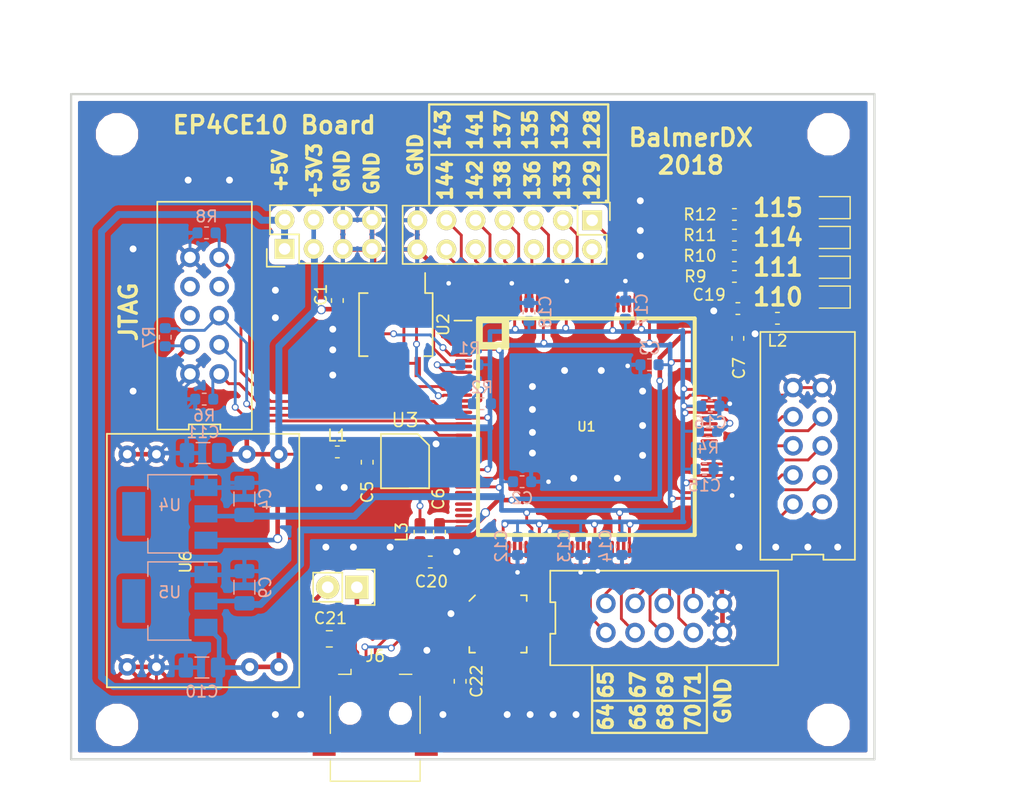
<source format=kicad_pcb>
(kicad_pcb (version 20171130) (host pcbnew 5.0.0-fee4fd1~66~ubuntu18.04.1)
  (layers (0 F.Cu signal) (31 B.Cu signal hide) (34 B.Paste user) (35 F.Paste user) (36 B.SilkS user) (37 F.SilkS user) (38 B.Mask user) (39 F.Mask user) (44 Edge.Cuts user))
  (net 0 "")
  (net 1 GND)
  (net 2 +1V2)
  (net 3 "Net-(C5-Pad1)")
  (net 4 +2V5)
  (net 5 5VP)
  (net 6 "Net-(C19-Pad1)")
  (net 7 "Net-(C20-Pad1)")
  (net 8 "Net-(C21-Pad1)")
  (net 9 "Net-(C22-Pad1)")
  (net 10 "Net-(D1-Pad2)")
  (net 11 "Net-(D2-Pad2)")
  (net 12 "Net-(D3-Pad2)")
  (net 13 "Net-(D4-Pad2)")
  (net 14 /75)
  (net 15 /77)
  (net 16 /83)
  (net 17 /85)
  (net 18 /129)
  (net 19 /133)
  (net 20 /136)
  (net 21 /138)
  (net 22 /142)
  (net 23 /144)
  (net 24 /65)
  (net 25 /67)
  (net 26 /69)
  (net 27 /71)
  (net 28 /TCK)
  (net 29 /TDO)
  (net 30 /TMS)
  (net 31 /TDI)
  (net 32 "Net-(J6-Pad2)")
  (net 33 "Net-(J6-Pad3)")
  (net 34 "Net-(R1-Pad2)")
  (net 35 "Net-(R2-Pad2)")
  (net 36 /DATA0)
  (net 37 "Net-(R4-Pad2)")
  (net 38 /CLK_50M)
  (net 39 LCD1)
  (net 40 LCD2)
  (net 41 LCD3)
  (net 42 LCD4)
  (net 43 /ASDO)
  (net 44 /nCs)
  (net 45 /DCLK)
  (net 46 RX)
  (net 47 TX)
  (net 48 +3V3)
  (net 49 /74)
  (net 50 /76)
  (net 51 /80)
  (net 52 /84)
  (net 53 /128)
  (net 54 /132)
  (net 55 /135)
  (net 56 /137)
  (net 57 /141)
  (net 58 /143)
  (net 59 /64)
  (net 60 /66)
  (net 61 /68)
  (net 62 /70)
  (module balmer:Via_0.8mm (layer F.Cu) (at 117.8 87)
    (fp_text reference REF** hide)
    (fp_text value Via_0.8mm hide)
    (pad 1 thru_hole circle (at 0 0) (size 0.8 0.8) (drill 0.6) (layers *.Cu *.Mask) (net 1 GND))
  )
  (module balmer:Via_0.8mm (layer F.Cu) (at 117.8 84.6)
    (fp_text reference REF** hide)
    (fp_text value Via_0.8mm hide)
    (pad 1 thru_hole circle (at 0 0) (size 0.8 0.8) (drill 0.6) (layers *.Cu *.Mask) (net 1 GND))
  )
  (module balmer:Via_0.8mm (layer F.Cu) (at 113.8 75)
    (fp_text reference REF** hide)
    (fp_text value Via_0.8mm hide)
    (pad 1 thru_hole circle (at 0 0) (size 0.8 0.8) (drill 0.6) (layers *.Cu *.Mask) (net 1 GND))
  )
  (module balmer:Via_0.8mm (layer F.Cu) (at 110.2 75)
    (fp_text reference REF** hide)
    (fp_text value Via_0.8mm hide)
    (pad 1 thru_hole circle (at 0 0) (size 0.8 0.8) (drill 0.6) (layers *.Cu *.Mask) (net 1 GND))
  )
  (module balmer:Via_0.8mm (layer F.Cu) (at 105.4 93.4)
    (fp_text reference REF** hide)
    (fp_text value Via_0.8mm hide)
    (pad 1 thru_hole circle (at 0 0) (size 0.8 0.8) (drill 0.6) (layers *.Cu *.Mask) (net 1 GND))
  )
  (module balmer:Via_0.8mm (layer F.Cu) (at 105.4 81)
    (fp_text reference REF** hide)
    (fp_text value Via_0.8mm hide)
    (pad 1 thru_hole circle (at 0 0) (size 0.8 0.8) (drill 0.6) (layers *.Cu *.Mask) (net 1 GND))
  )
  (module MountingHole:MountingHole_2.7mm_M2.5 (layer F.Cu) (at 104 122.5)
    (fp_text reference REF** hide)
    (fp_text value MountingHole_2.7mm_M2.5)
    (pad 1 np_thru_hole circle (at 0 0) (size 2.7 2.7) (drill 2.7) (layers *.Cu *.Mask))
  )
  (module MountingHole:MountingHole_2.7mm_M2.5 (layer F.Cu) (at 166 122.5)
    (fp_text reference REF** hide)
    (fp_text value MountingHole_2.7mm_M2.5)
    (pad 1 np_thru_hole circle (at 0 0) (size 2.7 2.7) (drill 2.7) (layers *.Cu *.Mask))
  )
  (module MountingHole:MountingHole_2.7mm_M2.5 (layer F.Cu) (at 166 71)
    (fp_text reference REF** hide)
    (fp_text value MountingHole_2.7mm_M2.5)
    (pad 1 np_thru_hole circle (at 0 0) (size 2.7 2.7) (drill 2.7) (layers *.Cu *.Mask))
  )
  (module balmer:Via_0.8mm (layer F.Cu) (at 144 121.6)
    (fp_text reference REF** hide)
    (fp_text value Via_0.8mm hide)
    (pad 1 thru_hole circle (at 0 0) (size 0.8 0.8) (drill 0.6) (layers *.Cu *.Mask) (net 1 GND))
  )
  (module balmer:Via_0.8mm (layer F.Cu) (at 142 121.6)
    (fp_text reference REF** hide)
    (fp_text value Via_0.8mm hide)
    (pad 1 thru_hole circle (at 0 0) (size 0.8 0.8) (drill 0.6) (layers *.Cu *.Mask) (net 1 GND))
  )
  (module balmer:Via_0.8mm (layer F.Cu) (at 140 121.6)
    (fp_text reference REF** hide)
    (fp_text value Via_0.8mm hide)
    (pad 1 thru_hole circle (at 0 0) (size 0.8 0.8) (drill 0.6) (layers *.Cu *.Mask) (net 1 GND))
  )
  (module balmer:Via_0.8mm (layer F.Cu) (at 138 121.6)
    (fp_text reference REF** hide)
    (fp_text value Via_0.8mm hide)
    (pad 1 thru_hole circle (at 0 0) (size 0.8 0.8) (drill 0.6) (layers *.Cu *.Mask) (net 1 GND))
  )
  (module balmer:Via_0.8mm (layer F.Cu) (at 132.4 121.6)
    (fp_text reference REF** hide)
    (fp_text value Via_0.8mm hide)
    (pad 1 thru_hole circle (at 0 0) (size 0.8 0.8) (drill 0.6) (layers *.Cu *.Mask) (net 1 GND))
  )
  (module balmer:Via_0.8mm (layer F.Cu) (at 117.8 121.6)
    (fp_text reference REF** hide)
    (fp_text value Via_0.8mm hide)
    (pad 1 thru_hole circle (at 0 0) (size 0.8 0.8) (drill 0.6) (layers *.Cu *.Mask) (net 1 GND))
  )
  (module balmer:Via_0.8mm (layer F.Cu) (at 120 121.6)
    (fp_text reference REF** hide)
    (fp_text value Via_0.8mm hide)
    (pad 1 thru_hole circle (at 0 0) (size 0.8 0.8) (drill 0.6) (layers *.Cu *.Mask) (net 1 GND))
  )
  (module balmer:Via_0.8mm (layer F.Cu) (at 149.6 76.8)
    (fp_text reference REF** hide)
    (fp_text value Via_0.8mm hide)
    (pad 1 thru_hole circle (at 0 0) (size 0.8 0.8) (drill 0.6) (layers *.Cu *.Mask) (net 1 GND))
  )
  (module balmer:Via_0.8mm (layer F.Cu) (at 149.6 79.4)
    (fp_text reference REF** hide)
    (fp_text value Via_0.8mm hide)
    (pad 1 thru_hole circle (at 0 0) (size 0.8 0.8) (drill 0.6) (layers *.Cu *.Mask) (net 1 GND))
  )
  (module balmer:Via_0.8mm (layer F.Cu) (at 149.6 81.6)
    (fp_text reference REF** hide)
    (fp_text value Via_0.8mm hide)
    (pad 1 thru_hole circle (at 0 0) (size 0.8 0.8) (drill 0.6) (layers *.Cu *.Mask) (net 1 GND))
  )
  (module balmer:Via_0.8mm (layer F.Cu) (at 166.8 107)
    (fp_text reference REF** hide)
    (fp_text value Via_0.8mm hide)
    (pad 1 thru_hole circle (at 0 0) (size 0.8 0.8) (drill 0.6) (layers *.Cu *.Mask) (net 1 GND))
  )
  (module balmer:Via_0.8mm (layer F.Cu) (at 164.2 107)
    (fp_text reference REF** hide)
    (fp_text value Via_0.8mm hide)
    (pad 1 thru_hole circle (at 0 0) (size 0.8 0.8) (drill 0.6) (layers *.Cu *.Mask) (net 1 GND))
  )
  (module balmer:Via_0.8mm (layer F.Cu) (at 161.4 107)
    (fp_text reference REF** hide)
    (fp_text value Via_0.8mm hide)
    (pad 1 thru_hole circle (at 0 0) (size 0.8 0.8) (drill 0.6) (layers *.Cu *.Mask) (net 1 GND))
  )
  (module balmer:Via_0.8mm (layer F.Cu) (at 158.2 107)
    (fp_text reference REF** hide)
    (fp_text value Via_0.8mm hide)
    (pad 1 thru_hole circle (at 0 0) (size 0.8 0.8) (drill 0.6) (layers *.Cu *.Mask) (net 1 GND))
  )
  (module balmer:Via_0.8mm (layer F.Cu) (at 122.8 88)
    (fp_text reference REF** hide)
    (fp_text value Via_0.8mm hide)
    (pad 1 thru_hole circle (at 0 0) (size 0.8 0.8) (drill 0.6) (layers *.Cu *.Mask) (net 1 GND))
  )
  (module balmer:Via_0.8mm (layer F.Cu) (at 122.8 89.8)
    (fp_text reference REF** hide)
    (fp_text value Via_0.8mm hide)
    (pad 1 thru_hole circle (at 0 0) (size 0.8 0.8) (drill 0.6) (layers *.Cu *.Mask) (net 1 GND))
  )
  (module balmer:Via_0.8mm (layer F.Cu) (at 122.8 92)
    (fp_text reference REF** hide)
    (fp_text value Via_0.8mm hide)
    (pad 1 thru_hole circle (at 0 0) (size 0.8 0.8) (drill 0.6) (layers *.Cu *.Mask) (net 1 GND))
  )
  (module balmer:Via_0.8mm (layer F.Cu) (at 121.6 101.8)
    (fp_text reference REF** hide)
    (fp_text value Via_0.8mm hide)
    (pad 1 thru_hole circle (at 0 0) (size 0.8 0.8) (drill 0.6) (layers *.Cu *.Mask) (net 1 GND))
  )
  (module balmer:Via_0.8mm (layer F.Cu) (at 123.8 101.8)
    (fp_text reference REF** hide)
    (fp_text value Via_0.8mm hide)
    (pad 1 thru_hole circle (at 0 0) (size 0.8 0.8) (drill 0.6) (layers *.Cu *.Mask) (net 1 GND))
  )
  (module balmer:Via_0.8mm (layer F.Cu) (at 127.8 107)
    (fp_text reference REF** hide)
    (fp_text value Via_0.8mm hide)
    (pad 1 thru_hole circle (at 0 0) (size 0.8 0.8) (drill 0.6) (layers *.Cu *.Mask) (net 1 GND))
  )
  (module balmer:Via_0.8mm (layer F.Cu) (at 124.6 107)
    (fp_text reference REF** hide)
    (fp_text value Via_0.8mm hide)
    (pad 1 thru_hole circle (at 0 0) (size 0.8 0.8) (drill 0.6) (layers *.Cu *.Mask) (net 1 GND))
  )
  (module balmer:Via_0.8mm (layer F.Cu) (at 122.2 107)
    (fp_text reference REF** hide)
    (fp_text value Via_0.8mm hide)
    (pad 1 thru_hole circle (at 0 0) (size 0.8 0.8) (drill 0.6) (layers *.Cu *.Mask) (net 1 GND))
  )
  (module balmer:Via_0.8mm (layer F.Cu) (at 147.6 101)
    (fp_text reference REF** hide)
    (fp_text value Via_0.8mm hide)
    (pad 1 thru_hole circle (at 0 0) (size 0.8 0.8) (drill 0.6) (layers *.Cu *.Mask) (net 1 GND))
  )
  (module balmer:Via_0.8mm (layer F.Cu) (at 143.8 101)
    (fp_text reference REF** hide)
    (fp_text value Via_0.8mm hide)
    (pad 1 thru_hole circle (at 0 0) (size 0.8 0.8) (drill 0.6) (layers *.Cu *.Mask) (net 1 GND))
  )
  (module balmer:Via_0.8mm (layer F.Cu) (at 140.2 98.8)
    (fp_text reference REF** hide)
    (fp_text value Via_0.8mm hide)
    (pad 1 thru_hole circle (at 0 0) (size 0.8 0.8) (drill 0.6) (layers *.Cu *.Mask) (net 1 GND))
  )
  (module balmer:Via_0.8mm (layer F.Cu) (at 140.2 97)
    (fp_text reference REF** hide)
    (fp_text value Via_0.8mm hide)
    (pad 1 thru_hole circle (at 0 0) (size 0.8 0.8) (drill 0.6) (layers *.Cu *.Mask) (net 1 GND))
  )
  (module balmer:Via_0.8mm (layer F.Cu) (at 140.2 95)
    (fp_text reference REF** hide)
    (fp_text value Via_0.8mm hide)
    (pad 1 thru_hole circle (at 0 0) (size 0.8 0.8) (drill 0.6) (layers *.Cu *.Mask) (net 1 GND))
  )
  (module balmer:Via_0.8mm (layer F.Cu) (at 140.2 93)
    (fp_text reference REF** hide)
    (fp_text value Via_0.8mm hide)
    (pad 1 thru_hole circle (at 0 0) (size 0.8 0.8) (drill 0.6) (layers *.Cu *.Mask) (net 1 GND))
  )
  (module balmer:Via_0.8mm (layer F.Cu) (at 149.8 99)
    (fp_text reference REF** hide)
    (fp_text value Via_0.8mm hide)
    (pad 1 thru_hole circle (at 0 0) (size 0.8 0.8) (drill 0.6) (layers *.Cu *.Mask) (net 1 GND))
  )
  (module balmer:Via_0.8mm (layer F.Cu) (at 149.8 96.4)
    (fp_text reference REF** hide)
    (fp_text value Via_0.8mm hide)
    (pad 1 thru_hole circle (at 0 0) (size 0.8 0.8) (drill 0.6) (layers *.Cu *.Mask) (net 1 GND))
  )
  (module balmer:Via_0.8mm (layer F.Cu) (at 149.8 93.4)
    (fp_text reference REF** hide)
    (fp_text value Via_0.8mm hide)
    (pad 1 thru_hole circle (at 0 0) (size 0.8 0.8) (drill 0.6) (layers *.Cu *.Mask) (net 1 GND))
  )
  (module balmer:Via_0.8mm (layer F.Cu) (at 146.2 91.6)
    (fp_text reference REF** hide)
    (fp_text value Via_0.8mm hide)
    (pad 1 thru_hole circle (at 0 0) (size 0.8 0.8) (drill 0.6) (layers *.Cu *.Mask) (net 1 GND))
  )
  (module balmer:Via_0.8mm (layer F.Cu) (at 143 91.6)
    (fp_text reference REF** hide)
    (fp_text value Via_0.8mm hide)
    (pad 1 thru_hole circle (at 0 0) (size 0.8 0.8) (drill 0.6) (layers *.Cu *.Mask) (net 1 GND))
  )
  (module balmer:Via_0.8mm (layer F.Cu) (at 159.6 88.4)
    (fp_text reference REF** hide)
    (fp_text value Via_0.8mm hide)
    (pad 1 thru_hole circle (at 0 0) (size 0.8 0.8) (drill 0.6) (layers *.Cu *.Mask) (net 1 GND))
  )
  (module Pin_Headers:Pin_Header_Straight_1x02 (layer F.Cu) (at 124.9 110.5 270)
    (fp_text reference J5 hide)
    (fp_text value Conn_01x02)
    (pad 1 thru_hole rect (at 0 0 270) (size 2.032 2.032) (drill 1.016) (layers *.Cu *.Mask F.SilkS) (net 8 "Net-(C21-Pad1)"))
    (pad 2 thru_hole oval (at 0 2.54 270) (size 2.032 2.032) (drill 1.016) (layers *.Cu *.Mask F.SilkS) (net 5 5VP))
  )
  (module balmer:Crystal_5.0x3.2mm (layer F.Cu) (at 129.1 99.5 270)
    (fp_text reference U3 (at -3.57 0) (layer F.SilkS) (effects (font (size 1.2 1.2))))
    (fp_text value Crystal_Generator)
    (pad 4 smd rect (at -1.27 -1.1 270) (size 1.2 1) (layers F.Cu F.Paste F.Mask) (net 3 "Net-(C5-Pad1)"))
    (pad 1 smd rect (at -1.27 1.1 270) (size 1.2 1) (layers F.Cu F.Paste F.Mask) (net 3 "Net-(C5-Pad1)"))
    (pad 3 smd rect (at 1.27 -1.1 270) (size 1.2 1) (layers F.Cu F.Paste F.Mask) (net 38 /CLK_50M))
    (pad 2 smd rect (at 1.27 1.1 270) (size 1.2 1) (layers F.Cu F.Paste F.Mask) (net 1 GND))
  )
  (module balmer:ALTERA-QFP-145 (layer F.Cu) (at 144.9 96.5)
    (fp_text reference U1 (at 0 0) (layer F.SilkS) (effects (font (size 0.8 0.8))))
    (fp_text value EP4CE6E22)
    (pad 1 smd rect (at -10.7 -8.75) (size 1.5 0.3) (layers F.Cu F.Paste F.Mask))
    (pad 2 smd oval (at -10.7 -8.25) (size 1.5 0.3) (layers F.Cu F.Paste F.Mask))
    (pad 3 smd oval (at -10.7 -7.75) (size 1.5 0.3) (layers F.Cu F.Paste F.Mask))
    (pad 4 smd oval (at -10.7 -7.25) (size 1.5 0.3) (layers F.Cu F.Paste F.Mask) (net 1 GND))
    (pad 5 smd oval (at -10.7 -6.75) (size 1.5 0.3) (layers F.Cu F.Paste F.Mask) (net 2 +1V2))
    (pad 6 smd oval (at -10.7 -6.25) (size 1.5 0.3) (layers F.Cu F.Paste F.Mask) (net 43 /ASDO))
    (pad 7 smd oval (at -10.7 -5.75) (size 1.5 0.3) (layers F.Cu F.Paste F.Mask))
    (pad 8 smd oval (at -10.7 -5.25) (size 1.5 0.3) (layers F.Cu F.Paste F.Mask) (net 44 /nCs))
    (pad 9 smd oval (at -10.7 -4.75) (size 1.5 0.3) (layers F.Cu F.Paste F.Mask) (net 34 "Net-(R1-Pad2)"))
    (pad 10 smd oval (at -10.7 -4.25) (size 1.5 0.3) (layers F.Cu F.Paste F.Mask))
    (pad 11 smd oval (at -10.7 -3.75) (size 1.5 0.3) (layers F.Cu F.Paste F.Mask))
    (pad 12 smd oval (at -10.7 -3.25) (size 1.5 0.3) (layers F.Cu F.Paste F.Mask) (net 45 /DCLK))
    (pad 13 smd oval (at -10.7 -2.75) (size 1.5 0.3) (layers F.Cu F.Paste F.Mask) (net 36 /DATA0))
    (pad 14 smd oval (at -10.7 -2.25) (size 1.5 0.3) (layers F.Cu F.Paste F.Mask) (net 35 "Net-(R2-Pad2)"))
    (pad 15 smd oval (at -10.7 -1.75) (size 1.5 0.3) (layers F.Cu F.Paste F.Mask) (net 31 /TDI))
    (pad 16 smd oval (at -10.7 -1.25) (size 1.5 0.3) (layers F.Cu F.Paste F.Mask) (net 28 /TCK))
    (pad 17 smd oval (at -10.7 -0.75) (size 1.5 0.3) (layers F.Cu F.Paste F.Mask) (net 48 +3V3))
    (pad 18 smd oval (at -10.7 -0.25) (size 1.5 0.3) (layers F.Cu F.Paste F.Mask) (net 30 /TMS))
    (pad 19 smd oval (at -10.7 0.25) (size 1.5 0.3) (layers F.Cu F.Paste F.Mask) (net 1 GND))
    (pad 20 smd oval (at -10.7 0.75) (size 1.5 0.3) (layers F.Cu F.Paste F.Mask) (net 29 /TDO))
    (pad 21 smd oval (at -10.7 1.25) (size 1.5 0.3) (layers F.Cu F.Paste F.Mask) (net 1 GND))
    (pad 22 smd oval (at -10.7 1.75) (size 1.5 0.3) (layers F.Cu F.Paste F.Mask) (net 1 GND))
    (pad 23 smd oval (at -10.7 2.25) (size 1.5 0.3) (layers F.Cu F.Paste F.Mask) (net 38 /CLK_50M))
    (pad 24 smd oval (at -10.7 2.75) (size 1.5 0.3) (layers F.Cu F.Paste F.Mask))
    (pad 25 smd oval (at -10.7 3.25) (size 1.5 0.3) (layers F.Cu F.Paste F.Mask))
    (pad 26 smd oval (at -10.7 3.75) (size 1.5 0.3) (layers F.Cu F.Paste F.Mask) (net 48 +3V3))
    (pad 27 smd oval (at -10.7 4.25) (size 1.5 0.3) (layers F.Cu F.Paste F.Mask) (net 1 GND))
    (pad 28 smd oval (at -10.7 4.75) (size 1.5 0.3) (layers F.Cu F.Paste F.Mask))
    (pad 29 smd oval (at -10.7 5.25) (size 1.5 0.3) (layers F.Cu F.Paste F.Mask) (net 2 +1V2))
    (pad 30 smd oval (at -10.7 5.75) (size 1.5 0.3) (layers F.Cu F.Paste F.Mask))
    (pad 31 smd oval (at -10.7 6.25) (size 1.5 0.3) (layers F.Cu F.Paste F.Mask))
    (pad 32 smd oval (at -10.7 6.75) (size 1.5 0.3) (layers F.Cu F.Paste F.Mask))
    (pad 33 smd oval (at -10.7 7.25) (size 1.5 0.3) (layers F.Cu F.Paste F.Mask))
    (pad 34 smd oval (at -10.7 7.75) (size 1.5 0.3) (layers F.Cu F.Paste F.Mask))
    (pad 35 smd oval (at -10.7 8.25) (size 1.5 0.3) (layers F.Cu F.Paste F.Mask) (net 4 +2V5))
    (pad 36 smd oval (at -10.7 8.75) (size 1.5 0.3) (layers F.Cu F.Paste F.Mask) (net 1 GND))
    (pad 37 smd oval (at -8.75 10.7) (size 0.3 1.5) (layers F.Cu F.Paste F.Mask) (net 7 "Net-(C20-Pad1)"))
    (pad 38 smd oval (at -8.25 10.7) (size 0.3 1.5) (layers F.Cu F.Paste F.Mask) (net 47 TX))
    (pad 39 smd oval (at -7.75 10.7) (size 0.3 1.5) (layers F.Cu F.Paste F.Mask) (net 46 RX))
    (pad 40 smd oval (at -7.25 10.7) (size 0.3 1.5) (layers F.Cu F.Paste F.Mask) (net 48 +3V3))
    (pad 41 smd oval (at -6.75 10.7) (size 0.3 1.5) (layers F.Cu F.Paste F.Mask) (net 1 GND))
    (pad 42 smd oval (at -6.25 10.7) (size 0.3 1.5) (layers F.Cu F.Paste F.Mask))
    (pad 43 smd oval (at -5.75 10.7) (size 0.3 1.5) (layers F.Cu F.Paste F.Mask))
    (pad 44 smd oval (at -5.25 10.7) (size 0.3 1.5) (layers F.Cu F.Paste F.Mask))
    (pad 45 smd oval (at -4.75 10.7) (size 0.3 1.5) (layers F.Cu F.Paste F.Mask) (net 2 +1V2))
    (pad 46 smd oval (at -4.25 10.7) (size 0.3 1.5) (layers F.Cu F.Paste F.Mask))
    (pad 47 smd oval (at -3.75 10.7) (size 0.3 1.5) (layers F.Cu F.Paste F.Mask) (net 48 +3V3))
    (pad 48 smd oval (at -3.25 10.7) (size 0.3 1.5) (layers F.Cu F.Paste F.Mask) (net 1 GND))
    (pad 49 smd oval (at -2.75 10.7) (size 0.3 1.5) (layers F.Cu F.Paste F.Mask))
    (pad 50 smd oval (at -2.25 10.7) (size 0.3 1.5) (layers F.Cu F.Paste F.Mask))
    (pad 51 smd oval (at -1.75 10.7) (size 0.3 1.5) (layers F.Cu F.Paste F.Mask))
    (pad 52 smd oval (at -1.25 10.7) (size 0.3 1.5) (layers F.Cu F.Paste F.Mask))
    (pad 53 smd oval (at -0.75 10.7) (size 0.3 1.5) (layers F.Cu F.Paste F.Mask))
    (pad 54 smd oval (at -0.25 10.7) (size 0.3 1.5) (layers F.Cu F.Paste F.Mask))
    (pad 55 smd oval (at 0.25 10.7) (size 0.3 1.5) (layers F.Cu F.Paste F.Mask))
    (pad 56 smd oval (at 0.75 10.7) (size 0.3 1.5) (layers F.Cu F.Paste F.Mask) (net 48 +3V3))
    (pad 57 smd oval (at 1.25 10.7) (size 0.3 1.5) (layers F.Cu F.Paste F.Mask) (net 1 GND))
    (pad 58 smd oval (at 1.75 10.7) (size 0.3 1.5) (layers F.Cu F.Paste F.Mask))
    (pad 59 smd oval (at 2.25 10.7) (size 0.3 1.5) (layers F.Cu F.Paste F.Mask))
    (pad 60 smd oval (at 2.75 10.7) (size 0.3 1.5) (layers F.Cu F.Paste F.Mask))
    (pad 61 smd oval (at 3.25 10.7) (size 0.3 1.5) (layers F.Cu F.Paste F.Mask) (net 2 +1V2))
    (pad 62 smd oval (at 3.75 10.7) (size 0.3 1.5) (layers F.Cu F.Paste F.Mask) (net 48 +3V3))
    (pad 63 smd oval (at 4.25 10.7) (size 0.3 1.5) (layers F.Cu F.Paste F.Mask) (net 1 GND))
    (pad 64 smd oval (at 4.75 10.7) (size 0.3 1.5) (layers F.Cu F.Paste F.Mask) (net 59 /64))
    (pad 65 smd oval (at 5.25 10.7) (size 0.3 1.5) (layers F.Cu F.Paste F.Mask) (net 24 /65))
    (pad 66 smd oval (at 5.75 10.7) (size 0.3 1.5) (layers F.Cu F.Paste F.Mask) (net 60 /66))
    (pad 67 smd oval (at 6.25 10.7) (size 0.3 1.5) (layers F.Cu F.Paste F.Mask) (net 25 /67))
    (pad 68 smd oval (at 6.75 10.7) (size 0.3 1.5) (layers F.Cu F.Paste F.Mask) (net 61 /68))
    (pad 69 smd oval (at 7.25 10.7) (size 0.3 1.5) (layers F.Cu F.Paste F.Mask) (net 26 /69))
    (pad 70 smd oval (at 7.75 10.7) (size 0.3 1.5) (layers F.Cu F.Paste F.Mask) (net 62 /70))
    (pad 71 smd oval (at 8.25 10.7) (size 0.3 1.5) (layers F.Cu F.Paste F.Mask) (net 27 /71))
    (pad 72 smd oval (at 8.75 10.7) (size 0.3 1.5) (layers F.Cu F.Paste F.Mask))
    (pad 73 smd oval (at 10.7 8.75) (size 1.5 0.3) (layers F.Cu F.Paste F.Mask))
    (pad 74 smd oval (at 10.7 8.25) (size 1.5 0.3) (layers F.Cu F.Paste F.Mask) (net 49 /74))
    (pad 75 smd oval (at 10.7 7.75) (size 1.5 0.3) (layers F.Cu F.Paste F.Mask) (net 14 /75))
    (pad 76 smd oval (at 10.7 7.25) (size 1.5 0.3) (layers F.Cu F.Paste F.Mask) (net 50 /76))
    (pad 77 smd oval (at 10.7 6.75) (size 1.5 0.3) (layers F.Cu F.Paste F.Mask) (net 15 /77))
    (pad 78 smd oval (at 10.7 6.25) (size 1.5 0.3) (layers F.Cu F.Paste F.Mask) (net 2 +1V2))
    (pad 79 smd oval (at 10.7 5.75) (size 1.5 0.3) (layers F.Cu F.Paste F.Mask) (net 1 GND))
    (pad 80 smd oval (at 10.7 5.25) (size 1.5 0.3) (layers F.Cu F.Paste F.Mask) (net 51 /80))
    (pad 81 smd oval (at 10.7 4.75) (size 1.5 0.3) (layers F.Cu F.Paste F.Mask) (net 48 +3V3))
    (pad 82 smd oval (at 10.7 4.25) (size 1.5 0.3) (layers F.Cu F.Paste F.Mask) (net 1 GND))
    (pad 83 smd oval (at 10.7 3.75) (size 1.5 0.3) (layers F.Cu F.Paste F.Mask) (net 16 /83))
    (pad 84 smd oval (at 10.7 3.25) (size 1.5 0.3) (layers F.Cu F.Paste F.Mask) (net 52 /84))
    (pad 85 smd oval (at 10.7 2.75) (size 1.5 0.3) (layers F.Cu F.Paste F.Mask) (net 17 /85))
    (pad 86 smd oval (at 10.7 2.25) (size 1.5 0.3) (layers F.Cu F.Paste F.Mask))
    (pad 87 smd oval (at 10.7 1.75) (size 1.5 0.3) (layers F.Cu F.Paste F.Mask))
    (pad 88 smd oval (at 10.7 1.25) (size 1.5 0.3) (layers F.Cu F.Paste F.Mask))
    (pad 89 smd oval (at 10.7 0.75) (size 1.5 0.3) (layers F.Cu F.Paste F.Mask))
    (pad 90 smd oval (at 10.7 0.25) (size 1.5 0.3) (layers F.Cu F.Paste F.Mask))
    (pad 91 smd oval (at 10.7 -0.25) (size 1.5 0.3) (layers F.Cu F.Paste F.Mask))
    (pad 92 smd oval (at 10.7 -0.75) (size 1.5 0.3) (layers F.Cu F.Paste F.Mask) (net 37 "Net-(R4-Pad2)"))
    (pad 93 smd oval (at 10.7 -1.25) (size 1.5 0.3) (layers F.Cu F.Paste F.Mask) (net 48 +3V3))
    (pad 94 smd oval (at 10.7 -1.75) (size 1.5 0.3) (layers F.Cu F.Paste F.Mask) (net 48 +3V3))
    (pad 95 smd oval (at 10.7 -2.25) (size 1.5 0.3) (layers F.Cu F.Paste F.Mask) (net 1 GND))
    (pad 96 smd oval (at 10.7 -2.75) (size 1.5 0.3) (layers F.Cu F.Paste F.Mask) (net 1 GND))
    (pad 97 smd oval (at 10.7 -3.25) (size 1.5 0.3) (layers F.Cu F.Paste F.Mask) (net 48 +3V3))
    (pad 98 smd oval (at 10.7 -3.75) (size 1.5 0.3) (layers F.Cu F.Paste F.Mask))
    (pad 99 smd oval (at 10.7 -4.25) (size 1.5 0.3) (layers F.Cu F.Paste F.Mask))
    (pad 100 smd oval (at 10.7 -4.75) (size 1.5 0.3) (layers F.Cu F.Paste F.Mask))
    (pad 101 smd oval (at 10.7 -5.25) (size 1.5 0.3) (layers F.Cu F.Paste F.Mask))
    (pad 102 smd oval (at 10.7 -5.75) (size 1.5 0.3) (layers F.Cu F.Paste F.Mask) (net 2 +1V2))
    (pad 103 smd oval (at 10.7 -6.25) (size 1.5 0.3) (layers F.Cu F.Paste F.Mask))
    (pad 104 smd oval (at 10.7 -6.75) (size 1.5 0.3) (layers F.Cu F.Paste F.Mask))
    (pad 105 smd oval (at 10.7 -7.25) (size 1.5 0.3) (layers F.Cu F.Paste F.Mask))
    (pad 106 smd oval (at 10.7 -7.75) (size 1.5 0.3) (layers F.Cu F.Paste F.Mask))
    (pad 107 smd oval (at 10.7 -8.25) (size 1.5 0.3) (layers F.Cu F.Paste F.Mask) (net 4 +2V5))
    (pad 108 smd oval (at 10.7 -8.75) (size 1.5 0.3) (layers F.Cu F.Paste F.Mask) (net 1 GND))
    (pad 109 smd oval (at 8.75 -10.7) (size 0.3 1.5) (layers F.Cu F.Paste F.Mask) (net 6 "Net-(C19-Pad1)"))
    (pad 110 smd oval (at 8.25 -10.7) (size 0.3 1.5) (layers F.Cu F.Paste F.Mask) (net 39 LCD1))
    (pad 111 smd oval (at 7.75 -10.7) (size 0.3 1.5) (layers F.Cu F.Paste F.Mask) (net 40 LCD2))
    (pad 112 smd oval (at 7.25 -10.7) (size 0.3 1.5) (layers F.Cu F.Paste F.Mask))
    (pad 113 smd oval (at 6.75 -10.7) (size 0.3 1.5) (layers F.Cu F.Paste F.Mask))
    (pad 114 smd oval (at 6.25 -10.7) (size 0.3 1.5) (layers F.Cu F.Paste F.Mask) (net 41 LCD3))
    (pad 115 smd oval (at 5.75 -10.7) (size 0.3 1.5) (layers F.Cu F.Paste F.Mask) (net 42 LCD4))
    (pad 116 smd oval (at 5.25 -10.7) (size 0.3 1.5) (layers F.Cu F.Paste F.Mask) (net 2 +1V2))
    (pad 117 smd oval (at 4.75 -10.7) (size 0.3 1.5) (layers F.Cu F.Paste F.Mask) (net 48 +3V3))
    (pad 118 smd oval (at 4.25 -10.7) (size 0.3 1.5) (layers F.Cu F.Paste F.Mask) (net 1 GND))
    (pad 119 smd oval (at 3.75 -10.7) (size 0.3 1.5) (layers F.Cu F.Paste F.Mask))
    (pad 120 smd oval (at 3.25 -10.7) (size 0.3 1.5) (layers F.Cu F.Paste F.Mask))
    (pad 121 smd oval (at 2.75 -10.7) (size 0.3 1.5) (layers F.Cu F.Paste F.Mask))
    (pad 122 smd oval (at 2.25 -10.7) (size 0.3 1.5) (layers F.Cu F.Paste F.Mask) (net 48 +3V3))
    (pad 123 smd oval (at 1.75 -10.7) (size 0.3 1.5) (layers F.Cu F.Paste F.Mask) (net 1 GND))
    (pad 124 smd oval (at 1.25 -10.7) (size 0.3 1.5) (layers F.Cu F.Paste F.Mask))
    (pad 125 smd oval (at 0.75 -10.7) (size 0.3 1.5) (layers F.Cu F.Paste F.Mask))
    (pad 126 smd oval (at 0.25 -10.7) (size 0.3 1.5) (layers F.Cu F.Paste F.Mask))
    (pad 127 smd oval (at -0.25 -10.7) (size 0.3 1.5) (layers F.Cu F.Paste F.Mask))
    (pad 128 smd oval (at -0.75 -10.7) (size 0.3 1.5) (layers F.Cu F.Paste F.Mask) (net 53 /128))
    (pad 129 smd oval (at -1.25 -10.7) (size 0.3 1.5) (layers F.Cu F.Paste F.Mask) (net 18 /129))
    (pad 130 smd oval (at -1.75 -10.7) (size 0.3 1.5) (layers F.Cu F.Paste F.Mask) (net 48 +3V3))
    (pad 131 smd oval (at -2.25 -10.7) (size 0.3 1.5) (layers F.Cu F.Paste F.Mask) (net 1 GND))
    (pad 132 smd oval (at -2.75 -10.7) (size 0.3 1.5) (layers F.Cu F.Paste F.Mask) (net 54 /132))
    (pad 133 smd oval (at -3.25 -10.7) (size 0.3 1.5) (layers F.Cu F.Paste F.Mask) (net 19 /133))
    (pad 134 smd oval (at -3.75 -10.7) (size 0.3 1.5) (layers F.Cu F.Paste F.Mask) (net 2 +1V2))
    (pad 135 smd oval (at -4.25 -10.7) (size 0.3 1.5) (layers F.Cu F.Paste F.Mask) (net 55 /135))
    (pad 136 smd oval (at -4.75 -10.7) (size 0.3 1.5) (layers F.Cu F.Paste F.Mask) (net 20 /136))
    (pad 137 smd oval (at -5.25 -10.7) (size 0.3 1.5) (layers F.Cu F.Paste F.Mask) (net 56 /137))
    (pad 138 smd oval (at -5.75 -10.7) (size 0.3 1.5) (layers F.Cu F.Paste F.Mask) (net 21 /138))
    (pad 139 smd oval (at -6.25 -10.7) (size 0.3 1.5) (layers F.Cu F.Paste F.Mask) (net 48 +3V3))
    (pad 140 smd oval (at -6.75 -10.7) (size 0.3 1.5) (layers F.Cu F.Paste F.Mask) (net 1 GND))
    (pad 141 smd oval (at -7.25 -10.7) (size 0.3 1.5) (layers F.Cu F.Paste F.Mask) (net 57 /141))
    (pad 142 smd oval (at -7.75 -10.7) (size 0.3 1.5) (layers F.Cu F.Paste F.Mask) (net 22 /142))
    (pad 143 smd oval (at -8.25 -10.7) (size 0.3 1.5) (layers F.Cu F.Paste F.Mask) (net 58 /143))
    (pad 144 smd oval (at -8.75 -10.7) (size 0.3 1.5) (layers F.Cu F.Paste F.Mask) (net 23 /144))
    (pad 145 smd rect (at 0 0) (size 6.7 6.7) (layers F.Cu F.Paste F.Mask) (net 1 GND))
  )
  (module balmer:IDC_10M (layer F.Cu) (at 165.45 103.25 180)
    (fp_text reference J1 hide)
    (fp_text value BANK5)
    (pad 2 thru_hole circle (at 2.54 0 90) (size 1.7 1.7) (drill 1) (layers *.Cu *.Mask) (net 14 /75))
    (pad 1 thru_hole circle (at 0 0 90) (size 1.7 1.7) (drill 1) (layers *.Cu *.Mask) (net 49 /74))
    (pad 4 thru_hole circle (at 2.54 2.54 90) (size 1.7 1.7) (drill 1) (layers *.Cu *.Mask) (net 15 /77))
    (pad 3 thru_hole circle (at 0 2.54 90) (size 1.7 1.7) (drill 1) (layers *.Cu *.Mask) (net 50 /76))
    (pad 6 thru_hole circle (at 2.54 5.08 90) (size 1.7 1.7) (drill 1) (layers *.Cu *.Mask) (net 16 /83))
    (pad 5 thru_hole circle (at 0 5.08 90) (size 1.7 1.7) (drill 1) (layers *.Cu *.Mask) (net 51 /80))
    (pad 8 thru_hole circle (at 2.54 7.62 90) (size 1.7 1.7) (drill 1) (layers *.Cu *.Mask) (net 17 /85))
    (pad 7 thru_hole circle (at 0 7.62 90) (size 1.7 1.7) (drill 1) (layers *.Cu *.Mask) (net 52 /84))
    (pad 10 thru_hole circle (at 2.54 10.16 90) (size 1.7 1.7) (drill 1) (layers *.Cu *.Mask) (net 1 GND))
    (pad 9 thru_hole circle (at 0 10.16 90) (size 1.7 1.7) (drill 1) (layers *.Cu *.Mask) (net 1 GND))
  )
  (module Pin_Headers:Pin_Header_Straight_2x07 (layer F.Cu) (at 145.4 78.5 270)
    (fp_text reference J2 hide)
    (fp_text value BANK8)
    (pad 1 thru_hole rect (at 0 0 270) (size 1.7272 1.7272) (drill 1.016) (layers *.Cu *.Mask F.SilkS) (net 53 /128))
    (pad 2 thru_hole oval (at 2.54 0 270) (size 1.7272 1.7272) (drill 1.016) (layers *.Cu *.Mask F.SilkS) (net 18 /129))
    (pad 3 thru_hole oval (at 0 2.54 270) (size 1.7272 1.7272) (drill 1.016) (layers *.Cu *.Mask F.SilkS) (net 54 /132))
    (pad 4 thru_hole oval (at 2.54 2.54 270) (size 1.7272 1.7272) (drill 1.016) (layers *.Cu *.Mask F.SilkS) (net 19 /133))
    (pad 5 thru_hole oval (at 0 5.08 270) (size 1.7272 1.7272) (drill 1.016) (layers *.Cu *.Mask F.SilkS) (net 55 /135))
    (pad 6 thru_hole oval (at 2.54 5.08 270) (size 1.7272 1.7272) (drill 1.016) (layers *.Cu *.Mask F.SilkS) (net 20 /136))
    (pad 7 thru_hole oval (at 0 7.62 270) (size 1.7272 1.7272) (drill 1.016) (layers *.Cu *.Mask F.SilkS) (net 56 /137))
    (pad 8 thru_hole oval (at 2.54 7.62 270) (size 1.7272 1.7272) (drill 1.016) (layers *.Cu *.Mask F.SilkS) (net 21 /138))
    (pad 9 thru_hole oval (at 0 10.16 270) (size 1.7272 1.7272) (drill 1.016) (layers *.Cu *.Mask F.SilkS) (net 57 /141))
    (pad 10 thru_hole oval (at 2.54 10.16 270) (size 1.7272 1.7272) (drill 1.016) (layers *.Cu *.Mask F.SilkS) (net 22 /142))
    (pad 11 thru_hole oval (at 0 12.7 270) (size 1.7272 1.7272) (drill 1.016) (layers *.Cu *.Mask F.SilkS) (net 58 /143))
    (pad 12 thru_hole oval (at 2.54 12.7 270) (size 1.7272 1.7272) (drill 1.016) (layers *.Cu *.Mask F.SilkS) (net 23 /144))
    (pad 13 thru_hole oval (at 0 15.24 270) (size 1.7272 1.7272) (drill 1.016) (layers *.Cu *.Mask F.SilkS) (net 1 GND))
    (pad 14 thru_hole oval (at 2.54 15.24 270) (size 1.7272 1.7272) (drill 1.016) (layers *.Cu *.Mask F.SilkS) (net 1 GND))
  )
  (module balmer:IDC_10M (layer F.Cu) (at 146.6 114.45 90)
    (fp_text reference J3 hide)
    (fp_text value BANK4)
    (pad 2 thru_hole circle (at 2.54 0) (size 1.7 1.7) (drill 1) (layers *.Cu *.Mask) (net 24 /65))
    (pad 1 thru_hole circle (at 0 0) (size 1.7 1.7) (drill 1) (layers *.Cu *.Mask) (net 59 /64))
    (pad 4 thru_hole circle (at 2.54 2.54) (size 1.7 1.7) (drill 1) (layers *.Cu *.Mask) (net 25 /67))
    (pad 3 thru_hole circle (at 0 2.54) (size 1.7 1.7) (drill 1) (layers *.Cu *.Mask) (net 60 /66))
    (pad 6 thru_hole circle (at 2.54 5.08) (size 1.7 1.7) (drill 1) (layers *.Cu *.Mask) (net 26 /69))
    (pad 5 thru_hole circle (at 0 5.08) (size 1.7 1.7) (drill 1) (layers *.Cu *.Mask) (net 61 /68))
    (pad 8 thru_hole circle (at 2.54 7.62) (size 1.7 1.7) (drill 1) (layers *.Cu *.Mask) (net 27 /71))
    (pad 7 thru_hole circle (at 0 7.62) (size 1.7 1.7) (drill 1) (layers *.Cu *.Mask) (net 62 /70))
    (pad 10 thru_hole circle (at 2.54 10.16) (size 1.7 1.7) (drill 1) (layers *.Cu *.Mask) (net 1 GND))
    (pad 9 thru_hole circle (at 0 10.16) (size 1.7 1.7) (drill 1) (layers *.Cu *.Mask) (net 1 GND))
  )
  (module balmer:IDC_10M (layer F.Cu) (at 112.9 91.9 180)
    (fp_text reference J4 hide)
    (fp_text value JTAG)
    (pad 2 thru_hole circle (at 2.54 0 90) (size 1.7 1.7) (drill 1) (layers *.Cu *.Mask) (net 1 GND))
    (pad 1 thru_hole circle (at 0 0 90) (size 1.7 1.7) (drill 1) (layers *.Cu *.Mask) (net 28 /TCK))
    (pad 4 thru_hole circle (at 2.54 2.54 90) (size 1.7 1.7) (drill 1) (layers *.Cu *.Mask) (net 48 +3V3))
    (pad 3 thru_hole circle (at 0 2.54 90) (size 1.7 1.7) (drill 1) (layers *.Cu *.Mask) (net 29 /TDO))
    (pad 6 thru_hole circle (at 2.54 5.08 90) (size 1.7 1.7) (drill 1) (layers *.Cu *.Mask))
    (pad 5 thru_hole circle (at 0 5.08 90) (size 1.7 1.7) (drill 1) (layers *.Cu *.Mask) (net 30 /TMS))
    (pad 8 thru_hole circle (at 2.54 7.62 90) (size 1.7 1.7) (drill 1) (layers *.Cu *.Mask))
    (pad 7 thru_hole circle (at 0 7.62 90) (size 1.7 1.7) (drill 1) (layers *.Cu *.Mask))
    (pad 10 thru_hole circle (at 2.54 10.16 90) (size 1.7 1.7) (drill 1) (layers *.Cu *.Mask) (net 1 GND))
    (pad 9 thru_hole circle (at 0 10.16 90) (size 1.7 1.7) (drill 1) (layers *.Cu *.Mask) (net 31 /TDI))
  )
  (module Pin_Headers:Pin_Header_Straight_2x04 (layer F.Cu) (at 118.6 81 90)
    (fp_text reference J7 hide)
    (fp_text value POWER)
    (pad 1 thru_hole rect (at 0 0 90) (size 1.7272 1.7272) (drill 1.016) (layers *.Cu *.Mask F.SilkS) (net 5 5VP))
    (pad 2 thru_hole oval (at 2.54 0 90) (size 1.7272 1.7272) (drill 1.016) (layers *.Cu *.Mask F.SilkS) (net 5 5VP))
    (pad 3 thru_hole oval (at 0 2.54 90) (size 1.7272 1.7272) (drill 1.016) (layers *.Cu *.Mask F.SilkS) (net 48 +3V3))
    (pad 4 thru_hole oval (at 2.54 2.54 90) (size 1.7272 1.7272) (drill 1.016) (layers *.Cu *.Mask F.SilkS) (net 48 +3V3))
    (pad 5 thru_hole oval (at 0 5.08 90) (size 1.7272 1.7272) (drill 1.016) (layers *.Cu *.Mask F.SilkS) (net 1 GND))
    (pad 6 thru_hole oval (at 2.54 5.08 90) (size 1.7272 1.7272) (drill 1.016) (layers *.Cu *.Mask F.SilkS) (net 1 GND))
    (pad 7 thru_hole oval (at 0 7.62 90) (size 1.7272 1.7272) (drill 1.016) (layers *.Cu *.Mask F.SilkS) (net 1 GND))
    (pad 8 thru_hole oval (at 2.54 7.62 90) (size 1.7272 1.7272) (drill 1.016) (layers *.Cu *.Mask F.SilkS) (net 1 GND))
  )
  (module balmer:SG053-SZ (layer F.Cu) (at 111.5 108.3 270)
    (fp_text reference U6 (at 0 1.524 270) (layer F.SilkS))
    (fp_text value SG053-SZ)
    (pad 4 thru_hole circle (at -9.398 -3.81 270) (size 1.524 1.524) (drill 0.762) (layers *.Cu *.Mask) (net 48 +3V3))
    (pad 4 thru_hole circle (at -9.398 -6.604 270) (size 1.524 1.524) (drill 0.762) (layers *.Cu *.Mask) (net 48 +3V3))
    (pad 1 thru_hole circle (at -9.398 4.064 270) (size 1.524 1.524) (drill 0.762) (layers *.Cu *.Mask) (net 1 GND))
    (pad 1 thru_hole circle (at -9.398 6.604 270) (size 1.524 1.524) (drill 0.762) (layers *.Cu *.Mask) (net 1 GND))
    (pad 3 thru_hole circle (at 9.144 -4.064 270) (size 1.524 1.524) (drill 0.762) (layers *.Cu *.Mask) (net 5 5VP))
    (pad 3 thru_hole circle (at 9.144 -6.604 270) (size 1.524 1.524) (drill 0.762) (layers *.Cu *.Mask) (net 5 5VP))
    (pad 2 thru_hole circle (at 9.144 4.064 270) (size 1.524 1.524) (drill 0.762) (layers *.Cu *.Mask) (net 1 GND))
    (pad 2 thru_hole circle (at 9.144 6.604 270) (size 1.524 1.524) (drill 0.762) (layers *.Cu *.Mask) (net 1 GND))
  )
  (module balmer:MLP-28 (layer F.Cu) (at 137.2 113.7)
    (fp_text reference U7 hide)
    (fp_text value CP2102)
    (pad 1 smd rect (at -2.5 -1.5 90) (size 0.25 0.45) (layers F.Cu F.Paste F.Mask))
    (pad 2 smd rect (at -2.5 -1 90) (size 0.25 0.45) (layers F.Cu F.Paste F.Mask))
    (pad 3 smd rect (at -2.5 -0.5 90) (size 0.25 0.45) (layers F.Cu F.Paste F.Mask) (net 1 GND))
    (pad 4 smd rect (at -2.5 0 90) (size 0.25 0.45) (layers F.Cu F.Paste F.Mask) (net 33 "Net-(J6-Pad3)"))
    (pad 5 smd rect (at -2.5 0.5 90) (size 0.25 0.45) (layers F.Cu F.Paste F.Mask) (net 32 "Net-(J6-Pad2)"))
    (pad 6 smd rect (at -2.5 1 90) (size 0.25 0.45) (layers F.Cu F.Paste F.Mask) (net 9 "Net-(C22-Pad1)"))
    (pad 7 smd rect (at -2.5 1.5 90) (size 0.25 0.45) (layers F.Cu F.Paste F.Mask) (net 8 "Net-(C21-Pad1)"))
    (pad 8 smd rect (at -1.5 2.5) (size 0.25 0.45) (layers F.Cu F.Paste F.Mask) (net 8 "Net-(C21-Pad1)"))
    (pad 9 smd rect (at -1 2.5) (size 0.25 0.45) (layers F.Cu F.Paste F.Mask))
    (pad 10 smd rect (at -0.5 2.5) (size 0.25 0.45) (layers F.Cu F.Paste F.Mask))
    (pad 11 smd rect (at 0 2.5) (size 0.25 0.45) (layers F.Cu F.Paste F.Mask))
    (pad 12 smd rect (at 0.5 2.5) (size 0.25 0.45) (layers F.Cu F.Paste F.Mask))
    (pad 13 smd rect (at 1 2.5) (size 0.25 0.45) (layers F.Cu F.Paste F.Mask))
    (pad 14 smd rect (at 1.5 2.5) (size 0.25 0.45) (layers F.Cu F.Paste F.Mask))
    (pad 15 smd rect (at 2.5 1.5 90) (size 0.25 0.45) (layers F.Cu F.Paste F.Mask))
    (pad 16 smd rect (at 2.5 1 90) (size 0.25 0.45) (layers F.Cu F.Paste F.Mask))
    (pad 17 smd rect (at 2.5 0.5 90) (size 0.25 0.45) (layers F.Cu F.Paste F.Mask))
    (pad 18 smd rect (at 2.5 0 90) (size 0.25 0.45) (layers F.Cu F.Paste F.Mask))
    (pad 19 smd rect (at 2.5 -0.5 90) (size 0.25 0.45) (layers F.Cu F.Paste F.Mask))
    (pad 20 smd rect (at 2.5 -1 90) (size 0.25 0.45) (layers F.Cu F.Paste F.Mask))
    (pad 21 smd rect (at 2.5 -1.5 90) (size 0.25 0.45) (layers F.Cu F.Paste F.Mask))
    (pad 22 smd rect (at 1.5 -2.5) (size 0.25 0.45) (layers F.Cu F.Paste F.Mask))
    (pad 23 smd rect (at 1 -2.5) (size 0.25 0.45) (layers F.Cu F.Paste F.Mask))
    (pad 24 smd rect (at 0.5 -2.5) (size 0.25 0.45) (layers F.Cu F.Paste F.Mask))
    (pad 25 smd rect (at 0 -2.5) (size 0.25 0.45) (layers F.Cu F.Paste F.Mask) (net 46 RX))
    (pad 26 smd rect (at -0.5 -2.5) (size 0.25 0.45) (layers F.Cu F.Paste F.Mask) (net 47 TX))
    (pad 27 smd rect (at -1 -2.5) (size 0.25 0.45) (layers F.Cu F.Paste F.Mask))
    (pad 28 smd rect (at -1.5 -2.5) (size 0.25 0.45) (layers F.Cu F.Paste F.Mask))
    (pad 3 smd rect (at 0 0) (size 2.9 2.9) (layers F.Cu F.Paste F.Mask) (net 1 GND))
  )
  (module Package_SO:SO-8_5.3x6.2mm_P1.27mm (layer F.Cu) (at 128.3 87.6 270)
    (fp_text reference U2 (at 0 -4.13 270) (layer F.SilkS))
    (fp_text value M25P16)
    (pad 1 smd rect (at -3.7 -1.905 270) (size 1.75 0.55) (layers F.Cu F.Paste F.Mask) (net 44 /nCs))
    (pad 2 smd rect (at -3.7 -0.635 270) (size 1.75 0.55) (layers F.Cu F.Paste F.Mask) (net 36 /DATA0))
    (pad 3 smd rect (at -3.7 0.635 270) (size 1.75 0.55) (layers F.Cu F.Paste F.Mask) (net 48 +3V3))
    (pad 4 smd rect (at -3.7 1.905 270) (size 1.75 0.55) (layers F.Cu F.Paste F.Mask) (net 1 GND))
    (pad 5 smd rect (at 3.7 1.905 270) (size 1.75 0.55) (layers F.Cu F.Paste F.Mask) (net 43 /ASDO))
    (pad 6 smd rect (at 3.7 0.635 270) (size 1.75 0.55) (layers F.Cu F.Paste F.Mask) (net 45 /DCLK))
    (pad 7 smd rect (at 3.7 -0.635 270) (size 1.75 0.55) (layers F.Cu F.Paste F.Mask) (net 48 +3V3))
    (pad 8 smd rect (at 3.7 -1.905 270) (size 1.75 0.55) (layers F.Cu F.Paste F.Mask) (net 48 +3V3))
  )
  (module Connector_USB:USB_Mini-B_Lumberg_2486_01_Horizontal (layer F.Cu) (at 126.5 121.5)
    (fp_text reference J6 (at 0 -5) (layer F.SilkS))
    (fp_text value USB_OTG)
    (pad 1 smd rect (at -1.6 -2.7) (size 0.5 2) (layers F.Cu F.Paste F.Mask) (net 8 "Net-(C21-Pad1)"))
    (pad 2 smd rect (at -0.8 -2.7) (size 0.5 2) (layers F.Cu F.Paste F.Mask) (net 32 "Net-(J6-Pad2)"))
    (pad 3 smd rect (at 0 -2.7) (size 0.5 2) (layers F.Cu F.Paste F.Mask) (net 33 "Net-(J6-Pad3)"))
    (pad 4 smd rect (at 0.8 -2.7) (size 0.5 2) (layers F.Cu F.Paste F.Mask))
    (pad 5 smd rect (at 1.6 -2.7) (size 0.5 2) (layers F.Cu F.Paste F.Mask) (net 1 GND))
    (pad 6 smd rect (at -4.45 -2.6) (size 2 1.7) (layers F.Cu F.Paste F.Mask) (net 1 GND))
    (pad 6 smd rect (at -4.45 2.85) (size 2 1.7) (layers F.Cu F.Paste F.Mask) (net 1 GND))
    (pad 6 smd rect (at 4.45 -2.6) (size 2 1.7) (layers F.Cu F.Paste F.Mask) (net 1 GND))
    (pad 6 smd rect (at 4.45 2.85) (size 2 1.7) (layers F.Cu F.Paste F.Mask) (net 1 GND))
    (pad "" np_thru_hole circle (at -2.2 0) (size 1 1) (drill 1) (layers *.Cu *.Mask))
    (pad "" np_thru_hole circle (at 2.2 0) (size 1 1) (drill 1) (layers *.Cu *.Mask))
  )
  (module balmer:Via_0.8mm (layer F.Cu) (at 156 86.4)
    (fp_text reference REF** hide)
    (fp_text value Via_0.8mm hide)
    (pad 1 thru_hole circle (at 0 0) (size 0.8 0.8) (drill 0.6) (layers *.Cu *.Mask) (net 1 GND))
  )
  (module MountingHole:MountingHole_2.7mm_M2.5 (layer F.Cu) (at 104 71)
    (fp_text reference REF** hide)
    (fp_text value MountingHole_2.7mm_M2.5)
    (pad 1 np_thru_hole circle (at 0 0) (size 2.7 2.7) (drill 2.7) (layers *.Cu *.Mask))
  )
  (module Package_TO_SOT_SMD:SOT-223 (layer B.Cu) (at 108.6 104.1 180)
    (fp_text reference U4 (at 0 0.762 180) (layer B.SilkS) (effects (justify mirror)))
    (fp_text value AMS1117-1.2)
    (pad 1 smd rect (at -3.15 2.3 180) (size 2 1.5) (layers B.Cu B.Paste B.Mask) (net 1 GND))
    (pad 3 smd rect (at -3.15 -2.3 180) (size 2 1.5) (layers B.Cu B.Paste B.Mask) (net 48 +3V3))
    (pad 2 smd rect (at -3.15 0 180) (size 2 1.5) (layers B.Cu B.Paste B.Mask) (net 2 +1V2))
    (pad 4 smd rect (at 3.15 0 180) (size 2 3.8) (layers B.Cu B.Paste B.Mask))
  )
  (module Package_TO_SOT_SMD:SOT-223 (layer B.Cu) (at 108.6 111.7 180)
    (fp_text reference U5 (at 0 0.762 180) (layer B.SilkS) (effects (justify mirror)))
    (fp_text value AMS1117-2.5)
    (pad 4 smd rect (at 3.15 0 180) (size 2 3.8) (layers B.Cu B.Paste B.Mask))
    (pad 2 smd rect (at -3.15 0 180) (size 2 1.5) (layers B.Cu B.Paste B.Mask) (net 4 +2V5))
    (pad 3 smd rect (at -3.15 -2.3 180) (size 2 1.5) (layers B.Cu B.Paste B.Mask) (net 5 5VP))
    (pad 1 smd rect (at -3.15 2.3 180) (size 2 1.5) (layers B.Cu B.Paste B.Mask) (net 1 GND))
  )
  (module Capacitor_SMD:C_0603_1608Metric (layer F.Cu) (at 123.2 85.5 90)
    (fp_text reference C1 (at 0.5 -1.43 90) (layer F.SilkS))
    (fp_text value 100n)
    (pad 1 smd roundrect (at -0.7875 0 90) (size 0.875 0.95) (layers F.Cu F.Paste F.Mask) (net 48 +3V3))
    (pad 2 smd roundrect (at 0.7875 0 90) (size 0.875 0.95) (layers F.Cu F.Paste F.Mask) (net 1 GND))
  )
  (module Capacitor_SMD:C_0603_1608Metric (layer B.Cu) (at 139.3 101.3)
    (fp_text reference C2 (at 0 1.43) (layer B.SilkS) (effects (justify mirror)))
    (fp_text value 100n)
    (pad 2 smd roundrect (at 0.7875 0) (size 0.875 0.95) (layers B.Cu B.Paste B.Mask) (net 1 GND))
    (pad 1 smd roundrect (at -0.7875 0) (size 0.875 0.95) (layers B.Cu B.Paste B.Mask) (net 2 +1V2))
  )
  (module Capacitor_SMD:C_0603_1608Metric (layer B.Cu) (at 150.4 91.1 180)
    (fp_text reference C3 (at 0 1.43 180) (layer B.SilkS) (effects (justify mirror)))
    (fp_text value 100n)
    (pad 1 smd roundrect (at -0.7875 0 180) (size 0.875 0.95) (layers B.Cu B.Paste B.Mask) (net 2 +1V2))
    (pad 2 smd roundrect (at 0.7875 0 180) (size 0.875 0.95) (layers B.Cu B.Paste B.Mask) (net 1 GND))
  )
  (module Capacitor_SMD:C_0603_1608Metric (layer F.Cu) (at 125.8 99.6 270)
    (fp_text reference C5 (at 2.6 0 270) (layer F.SilkS))
    (fp_text value 100n)
    (pad 1 smd roundrect (at -0.7875 0 270) (size 0.875 0.95) (layers F.Cu F.Paste F.Mask) (net 3 "Net-(C5-Pad1)"))
    (pad 2 smd roundrect (at 0.7875 0 270) (size 0.875 0.95) (layers F.Cu F.Paste F.Mask) (net 1 GND))
  )
  (module Capacitor_SMD:C_0603_1608Metric (layer F.Cu) (at 132.1 105.7 270)
    (fp_text reference C6 (at -2.9 0.1 270) (layer F.SilkS))
    (fp_text value 100n)
    (pad 2 smd roundrect (at 0.7875 0 270) (size 0.875 0.95) (layers F.Cu F.Paste F.Mask) (net 1 GND))
    (pad 1 smd roundrect (at -0.7875 0 270) (size 0.875 0.95) (layers F.Cu F.Paste F.Mask) (net 4 +2V5))
  )
  (module Capacitor_SMD:C_0603_1608Metric (layer F.Cu) (at 158.1 88.8 90)
    (fp_text reference C7 (at -2.6 0.1 90) (layer F.SilkS))
    (fp_text value 100n)
    (pad 1 smd roundrect (at -0.7875 0 90) (size 0.875 0.95) (layers F.Cu F.Paste F.Mask) (net 4 +2V5))
    (pad 2 smd roundrect (at 0.7875 0 90) (size 0.875 0.95) (layers F.Cu F.Paste F.Mask) (net 1 GND))
  )
  (module Capacitor_SMD:C_0603_1608Metric (layer B.Cu) (at 138.9 106.9 270)
    (fp_text reference C12 (at 0 1.43 270) (layer B.SilkS) (effects (justify mirror)))
    (fp_text value 100n)
    (pad 2 smd roundrect (at 0.7875 0 270) (size 0.875 0.95) (layers B.Cu B.Paste B.Mask) (net 1 GND))
    (pad 1 smd roundrect (at -0.7875 0 270) (size 0.875 0.95) (layers B.Cu B.Paste B.Mask) (net 48 +3V3))
  )
  (module Capacitor_SMD:C_0603_1608Metric (layer B.Cu) (at 144.4 106.9 270)
    (fp_text reference C13 (at 0 1.43 270) (layer B.SilkS) (effects (justify mirror)))
    (fp_text value 100n)
    (pad 1 smd roundrect (at -0.7875 0 270) (size 0.875 0.95) (layers B.Cu B.Paste B.Mask) (net 48 +3V3))
    (pad 2 smd roundrect (at 0.7875 0 270) (size 0.875 0.95) (layers B.Cu B.Paste B.Mask) (net 1 GND))
  )
  (module Capacitor_SMD:C_0603_1608Metric (layer B.Cu) (at 148 106.9 270)
    (fp_text reference C14 (at 0 1.43 270) (layer B.SilkS) (effects (justify mirror)))
    (fp_text value 100n)
    (pad 2 smd roundrect (at 0.7875 0 270) (size 0.875 0.95) (layers B.Cu B.Paste B.Mask) (net 1 GND))
    (pad 1 smd roundrect (at -0.7875 0 270) (size 0.875 0.95) (layers B.Cu B.Paste B.Mask) (net 48 +3V3))
  )
  (module Capacitor_SMD:C_0603_1608Metric (layer B.Cu) (at 155.2 100.2)
    (fp_text reference C15 (at 0 1.43) (layer B.SilkS) (effects (justify mirror)))
    (fp_text value 100n)
    (pad 1 smd roundrect (at -0.7875 0) (size 0.875 0.95) (layers B.Cu B.Paste B.Mask) (net 48 +3V3))
    (pad 2 smd roundrect (at 0.7875 0) (size 0.875 0.95) (layers B.Cu B.Paste B.Mask) (net 1 GND))
  )
  (module Capacitor_SMD:C_0603_1608Metric (layer B.Cu) (at 155.7 94.7)
    (fp_text reference C16 (at 0 1.43) (layer B.SilkS) (effects (justify mirror)))
    (fp_text value 100n)
    (pad 2 smd roundrect (at 0.7875 0) (size 0.875 0.95) (layers B.Cu B.Paste B.Mask) (net 1 GND))
    (pad 1 smd roundrect (at -0.7875 0) (size 0.875 0.95) (layers B.Cu B.Paste B.Mask) (net 48 +3V3))
  )
  (module Capacitor_SMD:C_0603_1608Metric (layer B.Cu) (at 148.3 86.3 90)
    (fp_text reference C17 (at 0 1.43 90) (layer B.SilkS) (effects (justify mirror)))
    (fp_text value 100n)
    (pad 1 smd roundrect (at -0.7875 0 90) (size 0.875 0.95) (layers B.Cu B.Paste B.Mask) (net 48 +3V3))
    (pad 2 smd roundrect (at 0.7875 0 90) (size 0.875 0.95) (layers B.Cu B.Paste B.Mask) (net 1 GND))
  )
  (module Capacitor_SMD:C_0603_1608Metric (layer B.Cu) (at 139.9 86.5 90)
    (fp_text reference C18 (at 0 1.43 90) (layer B.SilkS) (effects (justify mirror)))
    (fp_text value 100n)
    (pad 2 smd roundrect (at 0.7875 0 90) (size 0.875 0.95) (layers B.Cu B.Paste B.Mask) (net 1 GND))
    (pad 1 smd roundrect (at -0.7875 0 90) (size 0.875 0.95) (layers B.Cu B.Paste B.Mask) (net 48 +3V3))
  )
  (module Capacitor_SMD:C_0603_1608Metric (layer F.Cu) (at 158.1 86.2 180)
    (fp_text reference C19 (at 2.5 1.2 180) (layer F.SilkS))
    (fp_text value 100n)
    (pad 1 smd roundrect (at -0.7875 0 180) (size 0.875 0.95) (layers F.Cu F.Paste F.Mask) (net 6 "Net-(C19-Pad1)"))
    (pad 2 smd roundrect (at 0.7875 0 180) (size 0.875 0.95) (layers F.Cu F.Paste F.Mask) (net 1 GND))
  )
  (module Capacitor_SMD:C_0603_1608Metric (layer F.Cu) (at 131.3 108.3)
    (fp_text reference C20 (at 0.1 1.7) (layer F.SilkS))
    (fp_text value 100n)
    (pad 2 smd roundrect (at 0.7875 0) (size 0.875 0.95) (layers F.Cu F.Paste F.Mask) (net 1 GND))
    (pad 1 smd roundrect (at -0.7875 0) (size 0.875 0.95) (layers F.Cu F.Paste F.Mask) (net 7 "Net-(C20-Pad1)"))
  )
  (module Capacitor_SMD:C_0603_1608Metric (layer F.Cu) (at 123.2 98.7)
    (fp_text reference L1 (at 0 -1.43) (layer F.SilkS))
    (fp_text value MMZ1608)
    (pad 2 smd roundrect (at 0.7875 0) (size 0.875 0.95) (layers F.Cu F.Paste F.Mask) (net 3 "Net-(C5-Pad1)"))
    (pad 1 smd roundrect (at -0.7875 0) (size 0.875 0.95) (layers F.Cu F.Paste F.Mask) (net 48 +3V3))
  )
  (module Capacitor_SMD:C_0603_1608Metric (layer F.Cu) (at 161.55 87.05 180)
    (fp_text reference L2 (at 0 -1.95 180) (layer F.SilkS))
    (fp_text value MMZ1608)
    (pad 1 smd roundrect (at -0.7875 0 180) (size 0.875 0.95) (layers F.Cu F.Paste F.Mask) (net 2 +1V2))
    (pad 2 smd roundrect (at 0.7875 0 180) (size 0.875 0.95) (layers F.Cu F.Paste F.Mask) (net 6 "Net-(C19-Pad1)"))
  )
  (module Capacitor_SMD:C_0603_1608Metric (layer F.Cu) (at 130.4 105.7 270)
    (fp_text reference L3 (at 0 1.6 270) (layer F.SilkS))
    (fp_text value MMZ1608)
    (pad 2 smd roundrect (at 0.7875 0 270) (size 0.875 0.95) (layers F.Cu F.Paste F.Mask) (net 7 "Net-(C20-Pad1)"))
    (pad 1 smd roundrect (at -0.7875 0 270) (size 0.875 0.95) (layers F.Cu F.Paste F.Mask) (net 2 +1V2))
  )
  (module Resistor_SMD:R_0603_1608Metric (layer B.Cu) (at 134.7 91.1 180)
    (fp_text reference R1 (at 0 1.43 180) (layer B.SilkS) (effects (justify mirror)))
    (fp_text value 10k)
    (pad 1 smd roundrect (at -0.7875 0 180) (size 0.875 0.95) (layers B.Cu B.Paste B.Mask) (net 48 +3V3))
    (pad 2 smd roundrect (at 0.7875 0 180) (size 0.875 0.95) (layers B.Cu B.Paste B.Mask) (net 34 "Net-(R1-Pad2)"))
  )
  (module Resistor_SMD:R_0603_1608Metric (layer B.Cu) (at 135.8 94.5 180)
    (fp_text reference R2 (at 0 1.43 180) (layer B.SilkS) (effects (justify mirror)))
    (fp_text value 10k)
    (pad 2 smd roundrect (at 0.7875 0 180) (size 0.875 0.95) (layers B.Cu B.Paste B.Mask) (net 35 "Net-(R2-Pad2)"))
    (pad 1 smd roundrect (at -0.7875 0 180) (size 0.875 0.95) (layers B.Cu B.Paste B.Mask) (net 48 +3V3))
  )
  (module Resistor_SMD:R_0603_1608Metric (layer B.Cu) (at 155.5 96.9)
    (fp_text reference R4 (at 0 1.43) (layer B.SilkS) (effects (justify mirror)))
    (fp_text value 10k)
    (pad 2 smd roundrect (at 0.7875 0) (size 0.875 0.95) (layers B.Cu B.Paste B.Mask) (net 37 "Net-(R4-Pad2)"))
    (pad 1 smd roundrect (at -0.7875 0) (size 0.875 0.95) (layers B.Cu B.Paste B.Mask) (net 48 +3V3))
  )
  (module Resistor_SMD:R_0603_1608Metric (layer B.Cu) (at 111.6 94.1)
    (fp_text reference R6 (at 0 1.43) (layer B.SilkS) (effects (justify mirror)))
    (fp_text value 1k)
    (pad 1 smd roundrect (at -0.7875 0) (size 0.875 0.95) (layers B.Cu B.Paste B.Mask) (net 1 GND))
    (pad 2 smd roundrect (at 0.7875 0) (size 0.875 0.95) (layers B.Cu B.Paste B.Mask) (net 28 /TCK))
  )
  (module Resistor_SMD:R_0603_1608Metric (layer B.Cu) (at 108.2 88.7 90)
    (fp_text reference R7 (at 0 -1.4 90) (layer B.SilkS) (effects (justify mirror)))
    (fp_text value 10k)
    (pad 1 smd roundrect (at -0.7875 0 90) (size 0.875 0.95) (layers B.Cu B.Paste B.Mask) (net 48 +3V3))
    (pad 2 smd roundrect (at 0.7875 0 90) (size 0.875 0.95) (layers B.Cu B.Paste B.Mask) (net 30 /TMS))
  )
  (module Resistor_SMD:R_0603_1608Metric (layer B.Cu) (at 111.8 79.6 180)
    (fp_text reference R8 (at 0 1.43 180) (layer B.SilkS) (effects (justify mirror)))
    (fp_text value 10k)
    (pad 2 smd roundrect (at 0.7875 0 180) (size 0.875 0.95) (layers B.Cu B.Paste B.Mask) (net 1 GND))
    (pad 1 smd roundrect (at -0.7875 0 180) (size 0.875 0.95) (layers B.Cu B.Paste B.Mask) (net 31 /TDI))
  )
  (module Capacitor_SMD:C_1206_3216Metric (layer B.Cu) (at 115.1 102.8 90)
    (fp_text reference C4 (at 0 1.82 90) (layer B.SilkS) (effects (justify mirror)))
    (fp_text value 10u)
    (pad 2 smd roundrect (at 1.4 0 90) (size 1.25 1.75) (layers B.Cu B.Paste B.Mask) (roundrect_rratio 0.2) (net 1 GND))
    (pad 1 smd roundrect (at -1.4 0 90) (size 1.25 1.75) (layers B.Cu B.Paste B.Mask) (roundrect_rratio 0.2) (net 2 +1V2))
  )
  (module Capacitor_SMD:C_1206_3216Metric (layer B.Cu) (at 115.1 110.5 90)
    (fp_text reference C9 (at 0 1.82 90) (layer B.SilkS) (effects (justify mirror)))
    (fp_text value 10u)
    (pad 1 smd roundrect (at -1.4 0 90) (size 1.25 1.75) (layers B.Cu B.Paste B.Mask) (roundrect_rratio 0.2) (net 4 +2V5))
    (pad 2 smd roundrect (at 1.4 0 90) (size 1.25 1.75) (layers B.Cu B.Paste B.Mask) (roundrect_rratio 0.2) (net 1 GND))
  )
  (module Capacitor_SMD:C_1206_3216Metric (layer B.Cu) (at 111.4 117.5 180)
    (fp_text reference C10 (at 0 -2.1 180) (layer B.SilkS) (effects (justify mirror)))
    (fp_text value 25u)
    (pad 1 smd roundrect (at -1.4 0 180) (size 1.25 1.75) (layers B.Cu B.Paste B.Mask) (roundrect_rratio 0.2) (net 5 5VP))
    (pad 2 smd roundrect (at 1.4 0 180) (size 1.25 1.75) (layers B.Cu B.Paste B.Mask) (roundrect_rratio 0.2) (net 1 GND))
  )
  (module Capacitor_SMD:C_1206_3216Metric (layer B.Cu) (at 111.5 98.8 180)
    (fp_text reference C11 (at 0 1.82 180) (layer B.SilkS) (effects (justify mirror)))
    (fp_text value 10u)
    (pad 2 smd roundrect (at 1.4 0 180) (size 1.25 1.75) (layers B.Cu B.Paste B.Mask) (roundrect_rratio 0.2) (net 1 GND))
    (pad 1 smd roundrect (at -1.4 0 180) (size 1.25 1.75) (layers B.Cu B.Paste B.Mask) (roundrect_rratio 0.2) (net 48 +3V3))
  )
  (module Capacitor_SMD:C_0603_1608Metric (layer F.Cu) (at 133.9 118.7 270)
    (fp_text reference C22 (at 0 -1.43 270) (layer F.SilkS))
    (fp_text value 100n)
    (pad 1 smd roundrect (at -0.7875 0 270) (size 0.875 0.95) (layers F.Cu F.Paste F.Mask) (net 9 "Net-(C22-Pad1)"))
    (pad 2 smd roundrect (at 0.7875 0 270) (size 0.875 0.95) (layers F.Cu F.Paste F.Mask) (net 1 GND))
  )
  (module Resistor_SMD:R_0603_1608Metric (layer F.Cu) (at 157.8 83.4 180)
    (fp_text reference R9 (at 3.4 0 180) (layer F.SilkS))
    (fp_text value 510)
    (pad 2 smd roundrect (at 0.7875 0 180) (size 0.875 0.95) (layers F.Cu F.Paste F.Mask) (net 39 LCD1))
    (pad 1 smd roundrect (at -0.7875 0 180) (size 0.875 0.95) (layers F.Cu F.Paste F.Mask) (net 10 "Net-(D1-Pad2)"))
  )
  (module Resistor_SMD:R_0603_1608Metric (layer F.Cu) (at 157.8 81.6 180)
    (fp_text reference R10 (at 3 0 180) (layer F.SilkS))
    (fp_text value 510)
    (pad 1 smd roundrect (at -0.7875 0 180) (size 0.875 0.95) (layers F.Cu F.Paste F.Mask) (net 11 "Net-(D2-Pad2)"))
    (pad 2 smd roundrect (at 0.7875 0 180) (size 0.875 0.95) (layers F.Cu F.Paste F.Mask) (net 40 LCD2))
  )
  (module Resistor_SMD:R_0603_1608Metric (layer F.Cu) (at 157.8 79.8 180)
    (fp_text reference R11 (at 3 0 180) (layer F.SilkS))
    (fp_text value 510)
    (pad 2 smd roundrect (at 0.7875 0 180) (size 0.875 0.95) (layers F.Cu F.Paste F.Mask) (net 41 LCD3))
    (pad 1 smd roundrect (at -0.7875 0 180) (size 0.875 0.95) (layers F.Cu F.Paste F.Mask) (net 12 "Net-(D3-Pad2)"))
  )
  (module Resistor_SMD:R_0603_1608Metric (layer F.Cu) (at 157.8 78 180)
    (fp_text reference R12 (at 3 0 180) (layer F.SilkS))
    (fp_text value 510)
    (pad 1 smd roundrect (at -0.7875 0 180) (size 0.875 0.95) (layers F.Cu F.Paste F.Mask) (net 13 "Net-(D4-Pad2)"))
    (pad 2 smd roundrect (at 0.7875 0 180) (size 0.875 0.95) (layers F.Cu F.Paste F.Mask) (net 42 LCD4))
  )
  (module Capacitor_SMD:C_0805_2012Metric (layer F.Cu) (at 122.5 115 180)
    (fp_text reference C21 (at -0.1 1.8 180) (layer F.SilkS))
    (fp_text value 2.2u)
    (pad 1 smd roundrect (at -0.9375 0 180) (size 0.975 1.4) (layers F.Cu F.Paste F.Mask) (net 8 "Net-(C21-Pad1)"))
    (pad 2 smd roundrect (at 0.9375 0 180) (size 0.975 1.4) (layers F.Cu F.Paste F.Mask) (net 1 GND))
  )
  (module LED_SMD:LED_0805_2012Metric (layer F.Cu) (at 166.2 85.2 180)
    (fp_text reference D1 hide)
    (fp_text value LED)
    (pad 2 smd roundrect (at 0.9375 0 180) (size 0.975 1.4) (layers F.Cu F.Paste F.Mask) (net 10 "Net-(D1-Pad2)"))
    (pad 1 smd roundrect (at -0.9375 0 180) (size 0.975 1.4) (layers F.Cu F.Paste F.Mask) (net 1 GND))
  )
  (module LED_SMD:LED_0805_2012Metric (layer F.Cu) (at 166.2 82.6 180)
    (fp_text reference D2 hide)
    (fp_text value LED)
    (pad 1 smd roundrect (at -0.9375 0 180) (size 0.975 1.4) (layers F.Cu F.Paste F.Mask) (net 1 GND))
    (pad 2 smd roundrect (at 0.9375 0 180) (size 0.975 1.4) (layers F.Cu F.Paste F.Mask) (net 11 "Net-(D2-Pad2)"))
  )
  (module LED_SMD:LED_0805_2012Metric (layer F.Cu) (at 166.2 80 180)
    (fp_text reference D3 hide)
    (fp_text value LED)
    (pad 2 smd roundrect (at 0.9375 0 180) (size 0.975 1.4) (layers F.Cu F.Paste F.Mask) (net 12 "Net-(D3-Pad2)"))
    (pad 1 smd roundrect (at -0.9375 0 180) (size 0.975 1.4) (layers F.Cu F.Paste F.Mask) (net 1 GND))
  )
  (module LED_SMD:LED_0805_2012Metric (layer F.Cu) (at 166.2 77.4 180)
    (fp_text reference D4 hide)
    (fp_text value LED)
    (pad 1 smd roundrect (at -0.9375 0 180) (size 0.975 1.4) (layers F.Cu F.Paste F.Mask) (net 1 GND))
    (pad 2 smd roundrect (at 0.9375 0 180) (size 0.975 1.4) (layers F.Cu F.Paste F.Mask) (net 13 "Net-(D4-Pad2)"))
  )
  (gr_text "EP4CE10 Board" (at 117.7 70.2) (layer F.SilkS) (effects (font (size 1.5 1.5) (thickness 0.3))))
  (gr_text "BalmerDX\n2018" (at 154 72.5) (layer F.SilkS) (effects (font (size 1.5 1.5) (thickness 0.3))))
  (gr_text JTAG (at 105 86.5 90) (layer F.SilkS) (effects (font (size 1.5 1.5) (thickness 0.3))))
  (gr_line (start 100 125.5) (end 100 67.5) (angle 90) (layer Edge.Cuts) (width 0.2))
  (gr_line (start 170 125.5) (end 100 125.5) (angle 90) (layer Edge.Cuts) (width 0.2))
  (gr_line (start 170 67.5) (end 170 125.5) (angle 90) (layer Edge.Cuts) (width 0.2))
  (gr_line (start 100 67.5) (end 170 67.5) (angle 90) (layer Edge.Cuts) (width 0.2))
  (gr_line (start 146.8 68.4) (end 146.8 72.8) (angle 90) (layer F.SilkS) (width 0.2))
  (gr_line (start 131.2 68.4) (end 146.8 68.4) (angle 90) (layer F.SilkS) (width 0.2))
  (gr_line (start 131.2 72.8) (end 131.2 68.4) (angle 90) (layer F.SilkS) (width 0.2))
  (gr_line (start 131.2 72.8) (end 131.2 77.2) (angle 90) (layer F.SilkS) (width 0.2))
  (gr_line (start 146.8 76.8) (end 146.6 76.8) (angle 90) (layer F.SilkS) (width 0.2))
  (gr_line (start 146.8 72.8) (end 146.8 76.8) (angle 90) (layer F.SilkS) (width 0.2))
  (gr_line (start 131.2 72.8) (end 146.8 72.8) (angle 90) (layer F.SilkS) (width 0.2))
  (gr_text 128 (at 145.4 70.6 90) (layer F.SilkS) (effects (font (size 1.2 1.2) (thickness 0.3))))
  (gr_text 129 (at 145.4 75 90) (layer F.SilkS) (effects (font (size 1.2 1.2) (thickness 0.3))))
  (gr_text 132 (at 142.6 70.6 90) (layer F.SilkS) (effects (font (size 1.2 1.2) (thickness 0.3))))
  (gr_text 133 (at 142.8 75 90) (layer F.SilkS) (effects (font (size 1.2 1.2) (thickness 0.3))))
  (gr_text 135 (at 140 70.6 90) (layer F.SilkS) (effects (font (size 1.2 1.2) (thickness 0.3))))
  (gr_text 136 (at 140.2 75 90) (layer F.SilkS) (effects (font (size 1.2 1.2) (thickness 0.3))))
  (gr_text 137 (at 137.6 70.6 90) (layer F.SilkS) (effects (font (size 1.2 1.2) (thickness 0.3))))
  (gr_text 138 (at 137.6 75 90) (layer F.SilkS) (effects (font (size 1.2 1.2) (thickness 0.3))))
  (gr_text 141 (at 135.2 70.6 90) (layer F.SilkS) (effects (font (size 1.2 1.2) (thickness 0.3))))
  (gr_text 142 (at 135.2 75 90) (layer F.SilkS) (effects (font (size 1.2 1.2) (thickness 0.3))))
  (gr_text 143 (at 132.4 70.6 90) (layer F.SilkS) (effects (font (size 1.2 1.2) (thickness 0.3))))
  (gr_text 144 (at 132.6 75 90) (layer F.SilkS) (effects (font (size 1.2 1.2) (thickness 0.3))))
  (gr_text GND (at 130 72.8 90) (layer F.SilkS) (effects (font (size 1.2 1.2) (thickness 0.3))))
  (gr_text GND (at 126.2 74.4 90) (layer F.SilkS) (effects (font (size 1.2 1.2) (thickness 0.3))))
  (gr_text GND (at 123.6 74.2 90) (layer F.SilkS) (effects (font (size 1.2 1.2) (thickness 0.3))))
  (gr_text +3V3 (at 121.2 74.2 90) (layer F.SilkS) (effects (font (size 1.2 1.2) (thickness 0.3))))
  (gr_text +5V (at 118.2 74.2 90) (layer F.SilkS) (effects (font (size 1.2 1.2) (thickness 0.3))))
  (gr_text GND (at 156.8 120.4 90) (layer F.SilkS) (effects (font (size 1.3 1.3) (thickness 0.3))))
  (gr_line (start 155.4 123.2) (end 145.4 123.2) (angle 90) (layer F.SilkS) (width 0.2))
  (gr_line (start 155.4 120.4) (end 155.4 123.2) (angle 90) (layer F.SilkS) (width 0.2))
  (gr_line (start 145.4 120.4) (end 145.4 123.2) (angle 90) (layer F.SilkS) (width 0.2))
  (gr_line (start 145.4 120.4) (end 145.4 117.4) (angle 90) (layer F.SilkS) (width 0.2))
  (gr_line (start 155.4 120.4) (end 155.4 117.4) (angle 90) (layer F.SilkS) (width 0.2))
  (gr_line (start 145.4 120.4) (end 155.4 120.4) (angle 90) (layer F.SilkS) (width 0.2))
  (gr_text 71 (at 154.2 119 90) (layer F.SilkS) (effects (font (size 1.2 1.2) (thickness 0.3))))
  (gr_text 70 (at 154.2 121.8 90) (layer F.SilkS) (effects (font (size 1.2 1.2) (thickness 0.3))))
  (gr_text 69 (at 151.8 119 90) (layer F.SilkS) (effects (font (size 1.2 1.2) (thickness 0.3))))
  (gr_text 68 (at 151.8 121.8 90) (layer F.SilkS) (effects (font (size 1.2 1.2) (thickness 0.3))))
  (gr_text 67 (at 149.4 119 90) (layer F.SilkS) (effects (font (size 1.2 1.2) (thickness 0.3))))
  (gr_text 66 (at 149.4 121.8 90) (layer F.SilkS) (effects (font (size 1.2 1.2) (thickness 0.3))))
  (gr_text 65 (at 146.6 119 90) (layer F.SilkS) (effects (font (size 1.2 1.2) (thickness 0.3))))
  (gr_text 64 (at 146.6 121.8 90) (layer F.SilkS) (effects (font (size 1.2 1.2) (thickness 0.3))))
  (gr_text 115 (at 161.6 77.4) (layer F.SilkS) (effects (font (size 1.5 1.5) (thickness 0.3))))
  (gr_text 114 (at 161.6 80) (layer F.SilkS) (effects (font (size 1.5 1.5) (thickness 0.3))))
  (gr_text 111 (at 161.6 82.6) (layer F.SilkS) (effects (font (size 1.5 1.5) (thickness 0.3))))
  (gr_text 110 (at 161.6 85.2) (layer F.SilkS) (effects (font (size 1.5 1.5) (thickness 0.3))))
  (segment (start 157.4 93.75) (end 162.25 93.75) (width 0.25) (layer F.Cu) (net 1))
  (segment (start 162.25 93.75) (end 162.91 93.09) (width 0.25) (layer F.Cu) (net 1))
  (segment (start 162.91 93.09) (end 165.45 93.09) (width 0.25) (layer F.Cu) (net 1))
  (segment (start 165.45 93.09) (end 167.45 91.09) (width 0.25) (layer F.Cu) (net 1))
  (segment (start 167.45 91.09) (end 167.45 85.2) (width 0.25) (layer F.Cu) (net 1))
  (segment (start 122.04992 123.64884) (end 111.94884 123.64884) (width 0.25) (layer F.Cu) (net 1))
  (segment (start 107.436 119.136) (end 107.436 117.444) (width 0.25) (layer F.Cu) (net 1))
  (segment (start 111.94884 123.64884) (end 107.436 119.136) (width 0.25) (layer F.Cu) (net 1))
  (segment (start 110.36 81.74) (end 110.36 80.29) (width 0.25) (layer B.Cu) (net 1))
  (segment (start 110.36 80.29) (end 111.05 79.6) (width 0.25) (layer B.Cu) (net 1))
  (segment (start 110.36 91.9) (end 110.36 92.64) (width 0.25) (layer B.Cu) (net 1))
  (segment (start 110.36 92.64) (end 110 93) (width 0.25) (layer B.Cu) (net 1))
  (segment (start 110 93) (end 110 94.95) (width 0.25) (layer B.Cu) (net 1))
  (segment (start 110 98.8) (end 110 94.95) (width 0.25) (layer B.Cu) (net 1))
  (segment (start 110 94.95) (end 110.85 94.1) (width 0.25) (layer B.Cu) (net 1))
  (segment (start 134.2 100.75) (end 135.45 100.75) (width 0.25) (layer F.Cu) (net 1))
  (segment (start 137 98) (end 135.8 98) (width 0.25) (layer F.Cu) (net 1))
  (segment (start 138 99) (end 137 98) (width 0.25) (layer F.Cu) (net 1))
  (segment (start 138 100) (end 138 99) (width 0.25) (layer F.Cu) (net 1))
  (segment (start 137 101) (end 138 100) (width 0.25) (layer F.Cu) (net 1))
  (segment (start 135.7 101) (end 137 101) (width 0.25) (layer F.Cu) (net 1))
  (segment (start 135.45 100.75) (end 135.7 101) (width 0.25) (layer F.Cu) (net 1))
  (segment (start 134.2 97.75) (end 135.8 97.75) (width 0.25) (layer F.Cu) (net 1))
  (segment (start 134.2 96.75) (end 135.65 96.75) (width 0.25) (layer F.Cu) (net 1))
  (segment (start 135.55 98.25) (end 134.2 98.25) (width 0.25) (layer F.Cu) (net 1))
  (segment (start 135.8 98) (end 135.55 98.25) (width 0.25) (layer F.Cu) (net 1))
  (segment (start 135.8 96.9) (end 135.8 97.75) (width 0.25) (layer F.Cu) (net 1))
  (segment (start 135.8 97.75) (end 135.8 98) (width 0.25) (layer F.Cu) (net 1))
  (segment (start 135.65 96.75) (end 135.8 96.9) (width 0.25) (layer F.Cu) (net 1))
  (segment (start 134.7 113.2) (end 133.5 113.2) (width 0.25) (layer F.Cu) (net 1))
  (segment (start 133.1 110.1) (end 134.9 108.3) (width 0.25) (layer B.Cu) (net 1))
  (segment (start 133.1 112.8) (end 133.1 110.1) (width 0.25) (layer B.Cu) (net 1))
  (via (at 133.1 112.8) (size 0.8) (drill 0.6) (layers F.Cu B.Cu) (net 1))
  (segment (start 133.5 113.2) (end 133.1 112.8) (width 0.25) (layer F.Cu) (net 1))
  (segment (start 122.04992 118.14974) (end 122.04992 116.74992) (width 0.4) (layer F.Cu) (net 1))
  (segment (start 121.5 116.2) (end 121.5 115) (width 0.4) (layer F.Cu) (net 1))
  (segment (start 122.04992 116.74992) (end 121.5 116.2) (width 0.4) (layer F.Cu) (net 1))
  (segment (start 122.04992 123.64884) (end 122.04992 118.14974) (width 0.25) (layer F.Cu) (net 1))
  (segment (start 130.95008 123.64884) (end 122.04992 123.64884) (width 0.25) (layer F.Cu) (net 1))
  (segment (start 128.1002 118.05068) (end 130.85102 118.05068) (width 0.25) (layer F.Cu) (net 1))
  (segment (start 130.85102 118.05068) (end 130.95008 118.14974) (width 0.25) (layer F.Cu) (net 1))
  (segment (start 133.9 119.45) (end 132.25034 119.45) (width 0.25) (layer F.Cu) (net 1))
  (segment (start 132.25034 119.45) (end 130.95008 118.14974) (width 0.25) (layer F.Cu) (net 1))
  (segment (start 139.9 85.75) (end 139.9 84) (width 0.25) (layer B.Cu) (net 1))
  (segment (start 142.65 85.8) (end 142.65 84.35) (width 0.25) (layer F.Cu) (net 1))
  (segment (start 143.1 83.9) (end 143.1 84) (width 0.25) (layer B.Cu) (net 1))
  (segment (start 143.2 83.8) (end 143.1 83.9) (width 0.25) (layer B.Cu) (net 1))
  (via (at 143.2 83.8) (size 0.6) (drill 0.4) (layers F.Cu B.Cu) (net 1))
  (segment (start 142.65 84.35) (end 143.2 83.8) (width 0.25) (layer F.Cu) (net 1))
  (segment (start 138.4 84) (end 139.9 84) (width 0.25) (layer B.Cu) (net 1))
  (segment (start 139.9 84) (end 143.1 84) (width 0.25) (layer B.Cu) (net 1))
  (segment (start 143.1 84) (end 148.1 84) (width 0.25) (layer B.Cu) (net 1))
  (segment (start 148.1 84) (end 148.3 83.8) (width 0.25) (layer B.Cu) (net 1))
  (segment (start 138.15 85.8) (end 138.15 84.25) (width 0.25) (layer F.Cu) (net 1))
  (segment (start 132.9 84) (end 132.3 84) (width 0.25) (layer F.Cu) (net 1))
  (via (at 132.9 84) (size 0.6) (drill 0.4) (layers F.Cu B.Cu) (net 1))
  (segment (start 138.4 84) (end 132.9 84) (width 0.25) (layer B.Cu) (net 1))
  (via (at 138.4 84) (size 0.6) (drill 0.4) (layers F.Cu B.Cu) (net 1))
  (segment (start 138.15 84.25) (end 138.4 84) (width 0.25) (layer F.Cu) (net 1))
  (segment (start 126.395 84.625) (end 126.395 81.215) (width 0.4) (layer F.Cu) (net 1))
  (segment (start 126.395 81.215) (end 126.22 81.04) (width 0.4) (layer F.Cu) (net 1))
  (segment (start 123.68 81.04) (end 123.68 78.5) (width 0.4) (layer F.Cu) (net 1))
  (segment (start 126.22 81.04) (end 123.68 81.04) (width 0.4) (layer F.Cu) (net 1))
  (segment (start 126.22 81.04) (end 126.22 78.5) (width 0.4) (layer F.Cu) (net 1))
  (segment (start 130.16 81.04) (end 130.16 78.5) (width 0.4) (layer F.Cu) (net 1))
  (segment (start 130.16 81.04) (end 126.22 81.04) (width 0.4) (layer F.Cu) (net 1))
  (segment (start 134.2 89.25) (end 133.15 89.25) (width 0.25) (layer F.Cu) (net 1))
  (segment (start 132.3 83.18) (end 130.16 81.04) (width 0.4) (layer F.Cu) (net 1))
  (segment (start 132.3 84) (end 132.3 83.18) (width 0.4) (layer F.Cu) (net 1))
  (segment (start 134.9 108.3) (end 135.8 109.2) (width 0.25) (layer B.Cu) (net 1))
  (segment (start 135.8 109.2) (end 138.9 109.2) (width 0.25) (layer B.Cu) (net 1))
  (segment (start 107.436 111.064) (end 107.436 104.064) (width 0.4) (layer B.Cu) (net 1))
  (segment (start 107.436 104.064) (end 110 101.5) (width 0.4) (layer B.Cu) (net 1))
  (segment (start 110 98.8) (end 110 101.5) (width 0.4) (layer B.Cu) (net 1))
  (segment (start 110.314 101.814) (end 111.902 101.814) (width 0.4) (layer B.Cu) (net 1))
  (segment (start 110 101.5) (end 110.314 101.814) (width 0.4) (layer B.Cu) (net 1))
  (segment (start 110 98.8) (end 107.538 98.8) (width 0.4) (layer B.Cu) (net 1))
  (segment (start 107.538 98.8) (end 107.436 98.902) (width 0.4) (layer B.Cu) (net 1))
  (segment (start 111.902 109.414) (end 109.086 109.414) (width 0.4) (layer B.Cu) (net 1))
  (segment (start 107.436 111.064) (end 107.436 117.444) (width 0.4) (layer B.Cu) (net 1))
  (segment (start 109.086 109.414) (end 107.436 111.064) (width 0.4) (layer B.Cu) (net 1))
  (segment (start 107.436 98.902) (end 104.896 98.902) (width 0.4) (layer F.Cu) (net 1))
  (segment (start 107.436 117.444) (end 104.896 117.444) (width 0.4) (layer F.Cu) (net 1))
  (segment (start 109.9 117.5) (end 107.492 117.5) (width 0.4) (layer B.Cu) (net 1))
  (segment (start 107.492 117.5) (end 107.436 117.444) (width 0.4) (layer B.Cu) (net 1))
  (segment (start 132.05 108.3) (end 132.05 106.5) (width 0.25) (layer F.Cu) (net 1))
  (segment (start 132.05 106.5) (end 132.1 106.45) (width 0.25) (layer F.Cu) (net 1))
  (segment (start 134.7 113.2) (end 136.7 113.2) (width 0.25) (layer F.Cu) (net 1))
  (segment (start 136.7 113.2) (end 137.2 113.7) (width 0.25) (layer F.Cu) (net 1))
  (segment (start 134.2 105.25) (end 134.2 105.4) (width 0.25) (layer F.Cu) (net 1))
  (segment (start 134.2 105.4) (end 133.3 106.3) (width 0.25) (layer F.Cu) (net 1))
  (segment (start 133.3 106.3) (end 133.15 106.45) (width 0.25) (layer F.Cu) (net 1))
  (segment (start 133.15 106.45) (end 132.1 106.45) (width 0.25) (layer F.Cu) (net 1))
  (segment (start 157.35 86.2) (end 157.35 87.75) (width 0.25) (layer F.Cu) (net 1))
  (segment (start 155.6 87.75) (end 157.35 87.75) (width 0.25) (layer F.Cu) (net 1))
  (segment (start 157.35 87.75) (end 157.8 87.75) (width 0.25) (layer F.Cu) (net 1))
  (segment (start 157.8 87.75) (end 158.1 88.05) (width 0.25) (layer F.Cu) (net 1))
  (segment (start 155.6 87.75) (end 152.95 87.75) (width 0.25) (layer F.Cu) (net 1))
  (segment (start 150.6 90.1) (end 148.5 90.1) (width 0.25) (layer F.Cu) (net 1))
  (segment (start 152.95 87.75) (end 150.6 90.1) (width 0.25) (layer F.Cu) (net 1))
  (segment (start 149.15 85.8) (end 149.15 87.45) (width 0.25) (layer F.Cu) (net 1))
  (segment (start 148.5 88.1) (end 148.5 90.1) (width 0.25) (layer F.Cu) (net 1))
  (segment (start 148.5 90.1) (end 148.5 91.2) (width 0.25) (layer F.Cu) (net 1))
  (segment (start 149.15 87.45) (end 148.5 88.1) (width 0.25) (layer F.Cu) (net 1))
  (segment (start 149.15 107.2) (end 149.15 105.95) (width 0.25) (layer F.Cu) (net 1))
  (segment (start 149.8 105.3) (end 149.8 101.5) (width 0.25) (layer F.Cu) (net 1))
  (segment (start 149.15 105.95) (end 149.8 105.3) (width 0.25) (layer F.Cu) (net 1))
  (segment (start 156.76 114.45) (end 156.76 111.91) (width 0.4) (layer F.Cu) (net 1))
  (segment (start 156.76 111.91) (end 156.7 111.85) (width 0.4) (layer F.Cu) (net 1))
  (segment (start 156.7 111.85) (end 156.7 108.4) (width 0.4) (layer F.Cu) (net 1))
  (segment (start 156.7 108.4) (end 149.8 101.5) (width 0.4) (layer F.Cu) (net 1))
  (segment (start 149.8 101.5) (end 149 100.7) (width 0.4) (layer F.Cu) (net 1))
  (segment (start 149 100.7) (end 149 100.6) (width 0.4) (layer F.Cu) (net 1))
  (segment (start 155.6 102.25) (end 153.15 102.25) (width 0.25) (layer F.Cu) (net 1))
  (segment (start 149 100.6) (end 144.9 96.5) (width 0.25) (layer F.Cu) (net 1))
  (segment (start 151.5 100.6) (end 149 100.6) (width 0.25) (layer F.Cu) (net 1))
  (segment (start 153.15 102.25) (end 151.5 100.6) (width 0.25) (layer F.Cu) (net 1))
  (segment (start 149.65 91.1) (end 148.6 91.1) (width 0.25) (layer B.Cu) (net 1))
  (segment (start 148.6 91.1) (end 148.5 91.2) (width 0.25) (layer B.Cu) (net 1))
  (via (at 148.5 91.2) (size 0.6) (drill 0.4) (layers F.Cu B.Cu) (net 1))
  (segment (start 147.9 91.8) (end 147.9 93.5) (width 0.25) (layer F.Cu) (net 1))
  (segment (start 148.5 91.2) (end 147.9 91.8) (width 0.25) (layer F.Cu) (net 1))
  (segment (start 147.9 93.5) (end 144.9 96.5) (width 0.25) (layer F.Cu) (net 1))
  (segment (start 146.3 95.1) (end 144.9 96.5) (width 0.25) (layer F.Cu) (net 1))
  (segment (start 155.6 93.75) (end 153.95 93.75) (width 0.25) (layer F.Cu) (net 1))
  (segment (start 153.7 94) (end 147.4 94) (width 0.25) (layer F.Cu) (net 1))
  (segment (start 153.95 93.75) (end 153.7 94) (width 0.25) (layer F.Cu) (net 1))
  (segment (start 147.4 94) (end 144.9 96.5) (width 0.25) (layer F.Cu) (net 1))
  (segment (start 147.2 96.5) (end 144.9 96.5) (width 0.25) (layer F.Cu) (net 1))
  (segment (start 146.4 98) (end 144.9 96.5) (width 0.25) (layer F.Cu) (net 1))
  (segment (start 144.9 94.8) (end 144.9 96.5) (width 0.25) (layer F.Cu) (net 1))
  (segment (start 140.05 101.3) (end 141.6 101.3) (width 0.25) (layer B.Cu) (net 1))
  (segment (start 141.6 101.3) (end 144.9 98) (width 0.25) (layer F.Cu) (net 1))
  (via (at 141.6 101.3) (size 0.6) (drill 0.4) (layers F.Cu B.Cu) (net 1))
  (segment (start 144.9 98) (end 144.9 96.5) (width 0.25) (layer F.Cu) (net 1))
  (segment (start 138.9 107.65) (end 138.9 109.2) (width 0.25) (layer B.Cu) (net 1))
  (segment (start 138.9 109.2) (end 138.9 108.9) (width 0.25) (layer F.Cu) (net 1))
  (via (at 138.9 109.2) (size 0.6) (drill 0.4) (layers F.Cu B.Cu) (net 1))
  (segment (start 157.6 101) (end 157.6 97.4) (width 0.25) (layer B.Cu) (net 1))
  (segment (start 158.3 95.4) (end 157.4 94.5) (width 0.25) (layer B.Cu) (net 1))
  (segment (start 158.3 96.7) (end 158.3 95.4) (width 0.25) (layer B.Cu) (net 1))
  (segment (start 157.6 97.4) (end 158.3 96.7) (width 0.25) (layer B.Cu) (net 1))
  (segment (start 155.6 102.25) (end 157.35 102.25) (width 0.25) (layer F.Cu) (net 1))
  (segment (start 157.6 102.5) (end 157.6 101) (width 0.25) (layer B.Cu) (net 1))
  (via (at 157.6 102.5) (size 0.6) (drill 0.4) (layers F.Cu B.Cu) (net 1))
  (segment (start 157.35 102.25) (end 157.6 102.5) (width 0.25) (layer F.Cu) (net 1))
  (segment (start 155.95 100.2) (end 156.8 100.2) (width 0.25) (layer B.Cu) (net 1))
  (segment (start 157.35 100.75) (end 155.6 100.75) (width 0.25) (layer F.Cu) (net 1))
  (segment (start 157.6 101) (end 157.35 100.75) (width 0.25) (layer F.Cu) (net 1))
  (via (at 157.6 101) (size 0.6) (drill 0.4) (layers F.Cu B.Cu) (net 1))
  (segment (start 156.8 100.2) (end 157.6 101) (width 0.25) (layer B.Cu) (net 1))
  (segment (start 148.3 85.55) (end 148.3 83.8) (width 0.25) (layer B.Cu) (net 1))
  (segment (start 148.3 83.8) (end 148.3 84.2) (width 0.25) (layer F.Cu) (net 1))
  (via (at 148.3 83.8) (size 0.6) (drill 0.4) (layers F.Cu B.Cu) (net 1))
  (segment (start 146.65 85.8) (end 146.65 84.35) (width 0.25) (layer F.Cu) (net 1))
  (segment (start 149.15 84.55) (end 149.15 85.8) (width 0.25) (layer F.Cu) (net 1))
  (segment (start 148.8 84.2) (end 149.15 84.55) (width 0.25) (layer F.Cu) (net 1))
  (segment (start 146.8 84.2) (end 148.3 84.2) (width 0.25) (layer F.Cu) (net 1))
  (segment (start 148.3 84.2) (end 148.8 84.2) (width 0.25) (layer F.Cu) (net 1))
  (segment (start 146.65 84.35) (end 146.8 84.2) (width 0.25) (layer F.Cu) (net 1))
  (segment (start 156.45 94.7) (end 157.2 94.7) (width 0.25) (layer B.Cu) (net 1))
  (segment (start 157.2 94.7) (end 157.4 94.5) (width 0.25) (layer B.Cu) (net 1))
  (segment (start 157.4 94.5) (end 157.4 93.75) (width 0.25) (layer F.Cu) (net 1))
  (via (at 157.4 94.5) (size 0.6) (drill 0.4) (layers F.Cu B.Cu) (net 1))
  (segment (start 148 107.65) (end 147.35 107.65) (width 0.25) (layer B.Cu) (net 1))
  (segment (start 145.9 109.1) (end 145.9 108.9) (width 0.25) (layer F.Cu) (net 1))
  (via (at 145.9 109.1) (size 0.6) (drill 0.4) (layers F.Cu B.Cu) (net 1))
  (segment (start 147.35 107.65) (end 145.9 109.1) (width 0.25) (layer B.Cu) (net 1))
  (segment (start 144.4 107.65) (end 144.4 109.2) (width 0.25) (layer B.Cu) (net 1))
  (segment (start 144.4 109.2) (end 144.4 108.9) (width 0.25) (layer F.Cu) (net 1))
  (via (at 144.4 109.2) (size 0.6) (drill 0.4) (layers F.Cu B.Cu) (net 1))
  (segment (start 141.65 107.2) (end 141.65 105.65) (width 0.25) (layer F.Cu) (net 1))
  (via (at 141.7 105.6) (size 0.6) (drill 0.4) (layers F.Cu B.Cu) (net 1))
  (segment (start 141.65 105.65) (end 141.7 105.6) (width 0.25) (layer F.Cu) (net 1))
  (segment (start 146.9 98.5) (end 144.9 96.5) (width 0.25) (layer F.Cu) (net 1))
  (segment (start 138.15 107.2) (end 138.15 108.55) (width 0.25) (layer F.Cu) (net 1))
  (segment (start 138.5 108.9) (end 138.9 108.9) (width 0.25) (layer F.Cu) (net 1))
  (segment (start 138.9 108.9) (end 141.4 108.9) (width 0.25) (layer F.Cu) (net 1))
  (segment (start 141.4 108.9) (end 142.1 108.9) (width 0.25) (layer F.Cu) (net 1))
  (segment (start 138.15 108.55) (end 138.5 108.9) (width 0.25) (layer F.Cu) (net 1))
  (segment (start 141.65 107.2) (end 141.65 108.45) (width 0.25) (layer F.Cu) (net 1))
  (segment (start 141.65 108.45) (end 142.1 108.9) (width 0.25) (layer F.Cu) (net 1))
  (segment (start 142.1 108.9) (end 144.4 108.9) (width 0.25) (layer F.Cu) (net 1))
  (segment (start 144.4 108.9) (end 145.9 108.9) (width 0.25) (layer F.Cu) (net 1))
  (segment (start 145.9 108.9) (end 146.7 108.9) (width 0.25) (layer F.Cu) (net 1))
  (segment (start 149.15 107.2) (end 149.15 108.35) (width 0.25) (layer F.Cu) (net 1))
  (segment (start 146.15 108.35) (end 146.15 107.2) (width 0.25) (layer F.Cu) (net 1))
  (segment (start 146.7 108.9) (end 146.15 108.35) (width 0.25) (layer F.Cu) (net 1))
  (segment (start 148.6 108.9) (end 146.7 108.9) (width 0.25) (layer F.Cu) (net 1))
  (segment (start 149.15 108.35) (end 148.6 108.9) (width 0.25) (layer F.Cu) (net 1))
  (segment (start 155.6 94.25) (end 155.6 93.75) (width 0.25) (layer F.Cu) (net 1))
  (segment (start 155.6 93.75) (end 157.4 93.75) (width 0.25) (layer F.Cu) (net 1))
  (segment (start 167.45 82.6) (end 167.45 85.2) (width 0.25) (layer F.Cu) (net 1))
  (segment (start 167.45 80) (end 167.45 82.6) (width 0.25) (layer F.Cu) (net 1))
  (segment (start 167.45 77.4) (end 167.45 80) (width 0.25) (layer F.Cu) (net 1))
  (segment (start 133.15 89.25) (end 132.3 88.4) (width 0.4) (layer F.Cu) (net 1))
  (segment (start 132.3 88.4) (end 132.3 84) (width 0.4) (layer F.Cu) (net 1))
  (segment (start 114.586 101.814) (end 115.1 101.3) (width 0.4) (layer B.Cu) (net 1))
  (segment (start 111.902 101.814) (end 114.586 101.814) (width 0.4) (layer B.Cu) (net 1))
  (segment (start 114.686 109.414) (end 115.1 109) (width 0.4) (layer B.Cu) (net 1))
  (segment (start 111.902 109.414) (end 114.686 109.414) (width 0.4) (layer B.Cu) (net 1))
  (segment (start 144.9 89.1) (end 144.9 96.5) (width 0.25) (layer F.Cu) (net 1))
  (segment (start 146.65 85.8) (end 146.65 87.35) (width 0.25) (layer F.Cu) (net 1))
  (segment (start 146.65 87.35) (end 144.9 89.1) (width 0.25) (layer F.Cu) (net 1))
  (segment (start 134.82499 89.17501) (end 135.62499 89.17501) (width 0.25) (layer F.Cu) (net 1))
  (segment (start 134.2 89.25) (end 134.75 89.25) (width 0.25) (layer F.Cu) (net 1))
  (segment (start 134.75 89.25) (end 134.82499 89.17501) (width 0.25) (layer F.Cu) (net 1))
  (segment (start 135.62499 89.17501) (end 136.1 88.7) (width 0.25) (layer F.Cu) (net 1))
  (segment (start 136.1 88.7) (end 137.5 88.7) (width 0.25) (layer F.Cu) (net 1))
  (segment (start 144.9 96.1) (end 144.9 96.5) (width 0.25) (layer F.Cu) (net 1))
  (segment (start 137.5 88.7) (end 144.9 96.1) (width 0.25) (layer F.Cu) (net 1))
  (segment (start 146.15 106.2) (end 146.7 105.65) (width 0.25) (layer F.Cu) (net 1))
  (segment (start 146.15 107.2) (end 146.15 106.2) (width 0.25) (layer F.Cu) (net 1))
  (segment (start 144.9 100.1) (end 144.9 96.5) (width 0.25) (layer F.Cu) (net 1))
  (segment (start 146.7 101.9) (end 144.9 100.1) (width 0.25) (layer F.Cu) (net 1))
  (segment (start 146.7 105.65) (end 146.7 101.9) (width 0.25) (layer F.Cu) (net 1))
  (segment (start 154.6 100.75) (end 153.85 100) (width 0.25) (layer F.Cu) (net 1))
  (segment (start 155.6 100.75) (end 154.6 100.75) (width 0.25) (layer F.Cu) (net 1))
  (segment (start 152.1 100) (end 151.5 100.6) (width 0.25) (layer F.Cu) (net 1))
  (segment (start 153.85 100) (end 152.1 100) (width 0.25) (layer F.Cu) (net 1))
  (segment (start 126.22 100.77) (end 125.8 100.35) (width 0.25) (layer F.Cu) (net 1))
  (segment (start 128 100.77) (end 126.22 100.77) (width 0.25) (layer F.Cu) (net 1))
  (via (at 133.6 107.4) (size 0.8) (drill 0.6) (layers F.Cu B.Cu) (net 1))
  (segment (start 132.05 108.3) (end 132.7 108.3) (width 0.25) (layer F.Cu) (net 1))
  (segment (start 132.7 108.3) (end 133.6 107.4) (width 0.25) (layer F.Cu) (net 1))
  (segment (start 134.5 108.3) (end 134.9 108.3) (width 0.25) (layer B.Cu) (net 1))
  (segment (start 133.6 107.4) (end 134.5 108.3) (width 0.25) (layer B.Cu) (net 1))
  (via (at 131 116) (size 0.8) (drill 0.6) (layers F.Cu B.Cu) (net 1))
  (segment (start 130.95 118.9) (end 130.95 116.05) (width 0.6) (layer F.Cu) (net 1))
  (segment (start 130.95 116.05) (end 131 116) (width 0.6) (layer F.Cu) (net 1))
  (segment (start 131 114.9) (end 133.1 112.8) (width 0.6) (layer B.Cu) (net 1))
  (segment (start 131 116) (end 131 114.9) (width 0.6) (layer B.Cu) (net 1))
  (segment (start 142.65 86.8) (end 142 87.45) (width 0.25) (layer F.Cu) (net 1))
  (segment (start 142.65 85.8) (end 142.65 86.8) (width 0.25) (layer F.Cu) (net 1))
  (segment (start 142 87.45) (end 142 88.6) (width 0.25) (layer F.Cu) (net 1))
  (segment (start 143 89.6) (end 143 91.6) (width 0.25) (layer F.Cu) (net 1))
  (segment (start 142 88.6) (end 143 89.6) (width 0.25) (layer F.Cu) (net 1))
  (segment (start 138.15 85.8) (end 138.15 87.25) (width 0.25) (layer F.Cu) (net 1))
  (segment (start 138.15 87.25) (end 137.6 87.8) (width 0.25) (layer F.Cu) (net 1))
  (segment (start 137.6 87.8) (end 137.6 88.6) (width 0.25) (layer F.Cu) (net 1))
  (segment (start 140.2 91.2) (end 140.2 93) (width 0.25) (layer F.Cu) (net 1))
  (segment (start 137.6 88.6) (end 140.2 91.2) (width 0.25) (layer F.Cu) (net 1))
  (segment (start 131.4 102.2) (end 128 102.2) (width 0.25) (layer F.Cu) (net 1))
  (segment (start 131.6 102) (end 131.4 102.2) (width 0.25) (layer F.Cu) (net 1))
  (segment (start 128 102.2) (end 128 100.77) (width 0.25) (layer F.Cu) (net 1))
  (segment (start 131.6 101.6) (end 131.6 102) (width 0.25) (layer F.Cu) (net 1))
  (segment (start 134.2 100.75) (end 132.45 100.75) (width 0.25) (layer F.Cu) (net 1))
  (segment (start 132.45 100.75) (end 131.6 101.6) (width 0.25) (layer F.Cu) (net 1))
  (segment (start 134.2 97.75) (end 131.75 97.75) (width 0.25) (layer F.Cu) (net 1))
  (segment (start 131.75 97.75) (end 131.8 97.8) (width 0.25) (layer F.Cu) (net 1))
  (via (at 131.8 98) (size 0.8) (drill 0.6) (layers F.Cu B.Cu) (net 1))
  (segment (start 131.8 97.8) (end 131.8 98) (width 0.25) (layer F.Cu) (net 1))
  (segment (start 132.05 98.25) (end 131.8 98) (width 0.25) (layer F.Cu) (net 1))
  (segment (start 134.2 98.25) (end 132.05 98.25) (width 0.25) (layer F.Cu) (net 1))
  (segment (start 124.0125 83.9) (end 126.395 83.9) (width 0.25) (layer F.Cu) (net 1))
  (segment (start 123.2 84.7125) (end 124.0125 83.9) (width 0.25) (layer F.Cu) (net 1))
  (segment (start 155.6 90.75) (end 159.55 90.75) (width 0.25) (layer F.Cu) (net 2))
  (segment (start 162.3 88) (end 162.3 87.05) (width 0.25) (layer F.Cu) (net 2))
  (segment (start 159.55 90.75) (end 162.3 88) (width 0.25) (layer F.Cu) (net 2))
  (segment (start 151.15 91.1) (end 152.1 91.1) (width 0.25) (layer B.Cu) (net 2))
  (segment (start 152.2 91) (end 152.2 90.9) (width 0.25) (layer B.Cu) (net 2))
  (segment (start 152.1 91.1) (end 152.2 91) (width 0.25) (layer B.Cu) (net 2))
  (segment (start 138.55 101.3) (end 137.5 101.3) (width 0.25) (layer B.Cu) (net 2))
  (segment (start 148.15 107.2) (end 148.15 105.85) (width 0.25) (layer F.Cu) (net 2))
  (segment (start 147.8 104) (end 147.8 103.8) (width 0.25) (layer B.Cu) (net 2))
  (via (at 147.8 104) (size 0.6) (drill 0.4) (layers F.Cu B.Cu) (net 2))
  (segment (start 147.8 105.5) (end 147.8 104) (width 0.25) (layer F.Cu) (net 2))
  (segment (start 148.15 105.85) (end 147.8 105.5) (width 0.25) (layer F.Cu) (net 2))
  (segment (start 155.6 102.75) (end 152.45 102.75) (width 0.25) (layer F.Cu) (net 2))
  (segment (start 152.4 102.8) (end 152.2 102.8) (width 0.25) (layer B.Cu) (net 2))
  (via (at 152.4 102.8) (size 0.6) (drill 0.4) (layers F.Cu B.Cu) (net 2))
  (segment (start 152.45 102.75) (end 152.4 102.8) (width 0.25) (layer F.Cu) (net 2))
  (segment (start 141.15 85.8) (end 141.15 89.15) (width 0.25) (layer F.Cu) (net 2))
  (segment (start 141.2 89.2) (end 141.2 89.4) (width 0.25) (layer B.Cu) (net 2))
  (via (at 141.2 89.2) (size 0.6) (drill 0.4) (layers F.Cu B.Cu) (net 2))
  (segment (start 141.15 89.15) (end 141.2 89.2) (width 0.25) (layer F.Cu) (net 2))
  (segment (start 150.15 85.8) (end 150.15 87.15) (width 0.25) (layer F.Cu) (net 2))
  (segment (start 150.4 89.2) (end 150.4 89.4) (width 0.25) (layer B.Cu) (net 2))
  (via (at 150.4 89.2) (size 0.6) (drill 0.4) (layers F.Cu B.Cu) (net 2))
  (segment (start 150.4 87.4) (end 150.4 89.2) (width 0.25) (layer F.Cu) (net 2))
  (segment (start 150.15 87.15) (end 150.4 87.4) (width 0.25) (layer F.Cu) (net 2))
  (segment (start 155.6 90.75) (end 152.45 90.75) (width 0.25) (layer F.Cu) (net 2))
  (segment (start 152.3 90.9) (end 152.2 90.9) (width 0.25) (layer B.Cu) (net 2))
  (via (at 152.3 90.9) (size 0.6) (drill 0.4) (layers F.Cu B.Cu) (net 2))
  (segment (start 152.45 90.75) (end 152.3 90.9) (width 0.25) (layer F.Cu) (net 2))
  (segment (start 140.15 107.2) (end 140.15 105.35) (width 0.25) (layer F.Cu) (net 2))
  (segment (start 139.7 104) (end 139.7 103.8) (width 0.25) (layer B.Cu) (net 2))
  (via (at 139.7 104) (size 0.6) (drill 0.4) (layers F.Cu B.Cu) (net 2))
  (segment (start 139.7 104.9) (end 139.7 104) (width 0.25) (layer F.Cu) (net 2))
  (segment (start 140.15 105.35) (end 139.7 104.9) (width 0.25) (layer F.Cu) (net 2))
  (segment (start 134.2 101.75) (end 137.25 101.75) (width 0.25) (layer F.Cu) (net 2))
  (segment (start 137.3 101.8) (end 137.5 101.8) (width 0.25) (layer B.Cu) (net 2))
  (via (at 137.3 101.8) (size 0.6) (drill 0.4) (layers F.Cu B.Cu) (net 2))
  (segment (start 137.25 101.75) (end 137.3 101.8) (width 0.25) (layer F.Cu) (net 2))
  (segment (start 137.3 89.8) (end 137.3 89.9) (width 0.4) (layer B.Cu) (net 2))
  (segment (start 137.25 89.75) (end 137.3 89.8) (width 0.25) (layer F.Cu) (net 2))
  (via (at 137.3 89.8) (size 0.6) (drill 0.4) (layers F.Cu B.Cu) (net 2))
  (segment (start 134.2 89.75) (end 137.25 89.75) (width 0.25) (layer F.Cu) (net 2))
  (segment (start 137.3 89.9) (end 137.5 90.1) (width 0.4) (layer B.Cu) (net 2))
  (segment (start 137.5 90.1) (end 137.5 101.3) (width 0.4) (layer B.Cu) (net 2))
  (segment (start 137.5 101.3) (end 137.5 101.8) (width 0.4) (layer B.Cu) (net 2))
  (segment (start 137.5 103.8) (end 139.7 103.8) (width 0.4) (layer B.Cu) (net 2))
  (segment (start 139.7 103.8) (end 147.8 103.8) (width 0.4) (layer B.Cu) (net 2))
  (segment (start 147.8 103.8) (end 152.3 103.8) (width 0.4) (layer B.Cu) (net 2))
  (segment (start 152.3 103.8) (end 152.2 103.7) (width 0.4) (layer B.Cu) (net 2))
  (segment (start 152.2 103.7) (end 152.2 102.8) (width 0.4) (layer B.Cu) (net 2))
  (segment (start 152.2 102.8) (end 152.2 90.9) (width 0.4) (layer B.Cu) (net 2))
  (segment (start 152.2 90.9) (end 152.2 89.3) (width 0.4) (layer B.Cu) (net 2))
  (segment (start 152.2 89.3) (end 152.1 89.4) (width 0.4) (layer B.Cu) (net 2))
  (segment (start 152.1 89.4) (end 150.4 89.4) (width 0.4) (layer B.Cu) (net 2))
  (segment (start 150.4 89.4) (end 141.2 89.4) (width 0.4) (layer B.Cu) (net 2))
  (segment (start 141.2 89.4) (end 137.6 89.4) (width 0.4) (layer B.Cu) (net 2))
  (segment (start 137.6 89.4) (end 137.5 89.5) (width 0.4) (layer B.Cu) (net 2))
  (segment (start 137.5 89.5) (end 137.5 90.1) (width 0.4) (layer B.Cu) (net 2))
  (segment (start 152.2 90.9) (end 152.2 90.9) (width 0.25) (layer B.Cu) (net 2))
  (segment (start 112.102 104.3) (end 111.902 104.1) (width 0.4) (layer B.Cu) (net 2))
  (segment (start 115.1 104.3) (end 112.102 104.3) (width 0.4) (layer B.Cu) (net 2))
  (segment (start 115.1 104.3) (end 124.7 104.3) (width 0.6) (layer B.Cu) (net 2))
  (segment (start 124.7 104.3) (end 126.4 102.6) (width 0.6) (layer B.Cu) (net 2))
  (segment (start 137.5 101.8) (end 137.5 102.6) (width 0.4) (layer B.Cu) (net 2))
  (segment (start 137.5 102.6) (end 137.5 103.8) (width 0.4) (layer B.Cu) (net 2))
  (via (at 130.4 103.4) (size 0.6) (drill 0.4) (layers F.Cu B.Cu) (net 2))
  (segment (start 130.4 104.95) (end 130.4 103.4) (width 0.25) (layer F.Cu) (net 2))
  (segment (start 130.4 103.4) (end 130.4 102.6) (width 0.25) (layer B.Cu) (net 2))
  (segment (start 126.4 102.6) (end 130.4 102.6) (width 0.6) (layer B.Cu) (net 2))
  (segment (start 130.4 102.6) (end 137.5 102.6) (width 0.6) (layer B.Cu) (net 2))
  (segment (start 130.2 98.23) (end 128 98.23) (width 0.25) (layer F.Cu) (net 3))
  (segment (start 126.42 98.23) (end 125.8 98.85) (width 0.25) (layer F.Cu) (net 3))
  (segment (start 128 98.23) (end 126.42 98.23) (width 0.25) (layer F.Cu) (net 3))
  (segment (start 125.65 98.7) (end 125.8 98.85) (width 0.25) (layer F.Cu) (net 3))
  (segment (start 123.95 98.7) (end 125.65 98.7) (width 0.25) (layer F.Cu) (net 3))
  (segment (start 134.2 104.75) (end 132.3 104.75) (width 0.25) (layer F.Cu) (net 4))
  (segment (start 132.3 104.75) (end 132.1 104.95) (width 0.25) (layer F.Cu) (net 4))
  (segment (start 155.6 88.25) (end 156.65 88.25) (width 0.25) (layer F.Cu) (net 4))
  (segment (start 157.35 89.55) (end 158.1 89.55) (width 0.25) (layer F.Cu) (net 4))
  (segment (start 157.2 89.4) (end 157.35 89.55) (width 0.25) (layer F.Cu) (net 4))
  (segment (start 157.2 88.8) (end 157.2 89.4) (width 0.25) (layer F.Cu) (net 4))
  (segment (start 156.65 88.25) (end 157.2 88.8) (width 0.25) (layer F.Cu) (net 4))
  (segment (start 155.6 88.25) (end 153.55 88.25) (width 0.25) (layer F.Cu) (net 4))
  (segment (start 151.3 90.5) (end 153.3 88.5) (width 0.4) (layer F.Cu) (net 4))
  (via (at 151.3 92.5) (size 0.6) (drill 0.4) (layers F.Cu B.Cu) (net 4))
  (segment (start 135.55 104.75) (end 134.2 104.75) (width 0.25) (layer F.Cu) (net 4))
  (segment (start 151.3 102.7) (end 151.3 92.5) (width 0.4) (layer B.Cu) (net 4))
  (segment (start 151.2 102.8) (end 151.3 102.7) (width 0.25) (layer B.Cu) (net 4))
  (segment (start 138.5 102.8) (end 151.2 102.8) (width 0.4) (layer B.Cu) (net 4))
  (segment (start 138.4 102.9) (end 138.5 102.8) (width 0.25) (layer B.Cu) (net 4))
  (via (at 138.4 102.9) (size 0.6) (drill 0.4) (layers F.Cu B.Cu) (net 4))
  (segment (start 137.2 102.9) (end 138.4 102.9) (width 0.4) (layer F.Cu) (net 4))
  (segment (start 136.1 104) (end 137.2 102.9) (width 0.4) (layer F.Cu) (net 4))
  (segment (start 136.1 104.2) (end 136.1 104) (width 0.25) (layer F.Cu) (net 4))
  (segment (start 135.55 104.75) (end 136.1 104.2) (width 0.4) (layer F.Cu) (net 4))
  (segment (start 151.3 92.5) (end 151.3 90.5) (width 0.4) (layer F.Cu) (net 4))
  (segment (start 153.55 88.25) (end 153.3 88.5) (width 0.25) (layer F.Cu) (net 4))
  (segment (start 114.8 111.7) (end 115.1 112) (width 0.4) (layer B.Cu) (net 4))
  (segment (start 111.902 111.7) (end 114.8 111.7) (width 0.4) (layer B.Cu) (net 4))
  (segment (start 116.5 112) (end 120 108.5) (width 0.6) (layer B.Cu) (net 4))
  (segment (start 115.1 112) (end 116.5 112) (width 0.6) (layer B.Cu) (net 4))
  (segment (start 120 108.5) (end 120 105.5) (width 0.6) (layer B.Cu) (net 4))
  (via (at 136.1 104) (size 0.8) (drill 0.6) (layers F.Cu B.Cu) (net 4))
  (segment (start 120 105.5) (end 134.6 105.5) (width 0.6) (layer B.Cu) (net 4))
  (segment (start 134.6 105.5) (end 136.1 104) (width 0.6) (layer B.Cu) (net 4))
  (segment (start 118.104 117.444) (end 118.104 114.756) (width 0.4) (layer F.Cu) (net 5))
  (segment (start 118.104 114.756) (end 122.36 110.5) (width 0.4) (layer F.Cu) (net 5))
  (segment (start 118.6 78.5) (end 116.6 78.5) (width 0.6) (layer B.Cu) (net 5))
  (segment (start 112.9 119.15) (end 112.9 117.5) (width 0.6) (layer B.Cu) (net 5))
  (segment (start 105.85 119.15) (end 112.9 119.15) (width 0.6) (layer B.Cu) (net 5))
  (segment (start 103.7 119.15) (end 105.85 119.15) (width 0.6) (layer B.Cu) (net 5))
  (segment (start 102.65 118.35) (end 103.7 119.15) (width 0.6) (layer B.Cu) (net 5))
  (segment (start 102.65 79.5) (end 102.65 118.35) (width 0.6) (layer B.Cu) (net 5))
  (segment (start 104.15 78) (end 102.65 79.5) (width 0.6) (layer B.Cu) (net 5))
  (segment (start 116.1 78) (end 104.15 78) (width 0.6) (layer B.Cu) (net 5))
  (segment (start 116.6 78.5) (end 116.1 78) (width 0.6) (layer B.Cu) (net 5))
  (segment (start 118.6 81.04) (end 118.6 78.5) (width 0.6) (layer B.Cu) (net 5))
  (segment (start 112.9 117.5) (end 115.508 117.5) (width 0.4) (layer B.Cu) (net 5))
  (segment (start 115.508 117.5) (end 115.564 117.444) (width 0.4) (layer B.Cu) (net 5))
  (segment (start 118.104 117.444) (end 115.564 117.444) (width 0.4) (layer F.Cu) (net 5))
  (segment (start 118.104 117.444) (end 118.356 117.444) (width 0.4) (layer F.Cu) (net 5))
  (segment (start 112.9 114.984) (end 111.902 113.986) (width 0.4) (layer B.Cu) (net 5))
  (segment (start 112.9 117.5) (end 112.9 114.984) (width 0.4) (layer B.Cu) (net 5))
  (segment (start 158.85 86.2) (end 159.95 86.2) (width 0.25) (layer F.Cu) (net 6))
  (segment (start 159.95 86.2) (end 160.8 87.05) (width 0.25) (layer F.Cu) (net 6))
  (segment (start 153.65 85.8) (end 154.3 85.8) (width 0.25) (layer F.Cu) (net 6))
  (segment (start 158.85 85.25) (end 158.85 86.2) (width 0.25) (layer F.Cu) (net 6))
  (segment (start 158.5 84.9) (end 158.85 85.25) (width 0.25) (layer F.Cu) (net 6))
  (segment (start 155.2 84.9) (end 158.5 84.9) (width 0.25) (layer F.Cu) (net 6))
  (segment (start 154.3 85.8) (end 155.2 84.9) (width 0.25) (layer F.Cu) (net 6))
  (segment (start 153.65 85.8) (end 153.65 85.15) (width 0.25) (layer F.Cu) (net 6))
  (segment (start 130.4 106.45) (end 130.4 108.15) (width 0.25) (layer F.Cu) (net 7))
  (segment (start 130.4 108.15) (end 130.55 108.3) (width 0.25) (layer F.Cu) (net 7))
  (segment (start 136.15 107.2) (end 135.1 107.2) (width 0.25) (layer F.Cu) (net 7))
  (segment (start 130.55 109.35) (end 130.55 108.3) (width 0.25) (layer F.Cu) (net 7))
  (segment (start 130.7 109.5) (end 130.55 109.35) (width 0.25) (layer F.Cu) (net 7))
  (segment (start 132.8 109.5) (end 130.7 109.5) (width 0.25) (layer F.Cu) (net 7))
  (segment (start 135.1 107.2) (end 132.8 109.5) (width 0.25) (layer F.Cu) (net 7))
  (segment (start 123.5 115) (end 124.7 115) (width 0.4) (layer F.Cu) (net 8))
  (segment (start 124.8998 118.05068) (end 124.8998 116.1998) (width 0.4) (layer F.Cu) (net 8))
  (segment (start 124.9 112.6) (end 124.9 110.5) (width 0.4) (layer F.Cu) (net 8))
  (segment (start 124.7 112.8) (end 124.9 112.6) (width 0.4) (layer F.Cu) (net 8))
  (segment (start 124.7 116) (end 124.7 115) (width 0.4) (layer F.Cu) (net 8))
  (segment (start 124.7 115) (end 124.7 112.8) (width 0.4) (layer F.Cu) (net 8))
  (segment (start 124.8998 116.1998) (end 124.7 116) (width 0.4) (layer F.Cu) (net 8))
  (segment (start 124.8998 118.05068) (end 124.8998 119.4998) (width 0.25) (layer F.Cu) (net 8))
  (segment (start 135.7 116.2) (end 134.9 116.2) (width 0.25) (layer F.Cu) (net 8))
  (segment (start 134.7 116) (end 134.7 115.2) (width 0.25) (layer F.Cu) (net 8))
  (segment (start 134.9 116.2) (end 134.7 116) (width 0.25) (layer F.Cu) (net 8))
  (segment (start 124.9 120.05) (end 127.65 122.8) (width 0.25) (layer F.Cu) (net 8))
  (segment (start 124.9 118.8) (end 124.9 120.05) (width 0.25) (layer F.Cu) (net 8))
  (segment (start 127.65 122.8) (end 134.6 122.8) (width 0.25) (layer F.Cu) (net 8))
  (segment (start 135.7 121.7) (end 135.7 116.2) (width 0.25) (layer F.Cu) (net 8))
  (segment (start 134.6 122.8) (end 135.7 121.7) (width 0.25) (layer F.Cu) (net 8))
  (segment (start 134.7 114.7) (end 133.7 114.7) (width 0.25) (layer F.Cu) (net 9))
  (segment (start 133.5 117.55) (end 133.9 117.95) (width 0.25) (layer F.Cu) (net 9))
  (segment (start 133.5 114.9) (end 133.5 117.55) (width 0.25) (layer F.Cu) (net 9))
  (segment (start 133.7 114.7) (end 133.5 114.9) (width 0.25) (layer F.Cu) (net 9))
  (segment (start 158.55 83.4) (end 161 83.4) (width 0.25) (layer F.Cu) (net 10))
  (segment (start 162.8 85.2) (end 164.95 85.2) (width 0.25) (layer F.Cu) (net 10))
  (segment (start 161 83.4) (end 162.8 85.2) (width 0.25) (layer F.Cu) (net 10))
  (segment (start 158.55 81.6) (end 162.4 81.6) (width 0.25) (layer F.Cu) (net 11))
  (segment (start 163.4 82.6) (end 164.95 82.6) (width 0.25) (layer F.Cu) (net 11))
  (segment (start 162.4 81.6) (end 163.4 82.6) (width 0.25) (layer F.Cu) (net 11))
  (segment (start 158.55 79.8) (end 164.75 79.8) (width 0.25) (layer F.Cu) (net 12))
  (segment (start 164.75 79.8) (end 164.95 80) (width 0.25) (layer F.Cu) (net 12))
  (segment (start 158.55 78) (end 162.9 78) (width 0.25) (layer F.Cu) (net 13))
  (segment (start 163.5 77.4) (end 164.95 77.4) (width 0.25) (layer F.Cu) (net 13))
  (segment (start 162.9 78) (end 163.5 77.4) (width 0.25) (layer F.Cu) (net 13))
  (segment (start 155.6 104.25) (end 161.91 104.25) (width 0.25) (layer F.Cu) (net 14))
  (segment (start 161.91 104.25) (end 162.91 103.25) (width 0.25) (layer F.Cu) (net 14))
  (segment (start 155.6 103.25) (end 159.4 103.25) (width 0.25) (layer F.Cu) (net 15))
  (segment (start 161.94 100.71) (end 162.91 100.71) (width 0.25) (layer F.Cu) (net 15))
  (segment (start 159.4 103.25) (end 161.94 100.71) (width 0.25) (layer F.Cu) (net 15))
  (segment (start 155.6 100.25) (end 159.35 100.25) (width 0.25) (layer F.Cu) (net 16))
  (segment (start 161.43 98.17) (end 162.91 98.17) (width 0.25) (layer F.Cu) (net 16))
  (segment (start 159.35 100.25) (end 161.43 98.17) (width 0.25) (layer F.Cu) (net 16))
  (segment (start 155.6 99.25) (end 158.35 99.25) (width 0.25) (layer F.Cu) (net 17))
  (segment (start 161.97 95.63) (end 162.91 95.63) (width 0.25) (layer F.Cu) (net 17))
  (segment (start 158.35 99.25) (end 161.97 95.63) (width 0.25) (layer F.Cu) (net 17))
  (segment (start 143.65 85.8) (end 143.65 84.25) (width 0.25) (layer F.Cu) (net 18))
  (segment (start 145.4 82.5) (end 145.4 81.04) (width 0.25) (layer F.Cu) (net 18))
  (segment (start 143.65 84.25) (end 145.4 82.5) (width 0.25) (layer F.Cu) (net 18))
  (segment (start 141.65 85.8) (end 141.65 83.65) (width 0.25) (layer F.Cu) (net 19))
  (segment (start 142.86 82.44) (end 142.86 81.04) (width 0.25) (layer F.Cu) (net 19))
  (segment (start 141.65 83.65) (end 142.86 82.44) (width 0.25) (layer F.Cu) (net 19))
  (segment (start 140.15 85.8) (end 140.15 81.21) (width 0.25) (layer F.Cu) (net 20))
  (segment (start 140.15 81.21) (end 140.32 81.04) (width 0.25) (layer F.Cu) (net 20))
  (segment (start 139.15 85.8) (end 139.15 83.45) (width 0.25) (layer F.Cu) (net 21))
  (segment (start 137.78 82.08) (end 137.78 81.04) (width 0.25) (layer F.Cu) (net 21))
  (segment (start 139.15 83.45) (end 137.78 82.08) (width 0.25) (layer F.Cu) (net 21))
  (segment (start 137.15 85.8) (end 137.15 83.95) (width 0.25) (layer F.Cu) (net 22))
  (segment (start 135.24 82.04) (end 135.24 81.04) (width 0.25) (layer F.Cu) (net 22))
  (segment (start 137.15 83.95) (end 135.24 82.04) (width 0.25) (layer F.Cu) (net 22))
  (segment (start 136.15 85.8) (end 136.15 84.95) (width 0.25) (layer F.Cu) (net 23))
  (segment (start 136.15 84.95) (end 132.7 81.5) (width 0.25) (layer F.Cu) (net 23))
  (segment (start 132.7 81.5) (end 132.7 81.04) (width 0.25) (layer F.Cu) (net 23))
  (segment (start 150.15 107.2) (end 150.15 108.75) (width 0.25) (layer F.Cu) (net 24))
  (segment (start 146.6 111.05) (end 146.6 111.91) (width 0.25) (layer F.Cu) (net 24))
  (segment (start 147.6 110.05) (end 146.6 111.05) (width 0.25) (layer F.Cu) (net 24))
  (segment (start 148.85 110.05) (end 147.6 110.05) (width 0.25) (layer F.Cu) (net 24))
  (segment (start 150.15 108.75) (end 148.85 110.05) (width 0.25) (layer F.Cu) (net 24))
  (segment (start 151.15 107.2) (end 151.15 109.5) (width 0.25) (layer F.Cu) (net 25))
  (segment (start 151.15 109.5) (end 149.14 111.51) (width 0.25) (layer F.Cu) (net 25))
  (segment (start 149.14 111.51) (end 149.14 111.91) (width 0.25) (layer F.Cu) (net 25))
  (segment (start 152.15 107.2) (end 152.15 111.44) (width 0.25) (layer F.Cu) (net 26))
  (segment (start 152.15 111.44) (end 151.68 111.91) (width 0.25) (layer F.Cu) (net 26))
  (segment (start 153.15 107.2) (end 153.15 108.4) (width 0.25) (layer F.Cu) (net 27))
  (segment (start 154.22 109.47) (end 154.22 111.91) (width 0.25) (layer F.Cu) (net 27))
  (segment (start 153.15 108.4) (end 154.22 109.47) (width 0.25) (layer F.Cu) (net 27))
  (segment (start 112.35 94.1) (end 112.35 92.45) (width 0.25) (layer B.Cu) (net 28))
  (segment (start 112.35 92.45) (end 112.9 91.9) (width 0.25) (layer B.Cu) (net 28))
  (segment (start 134.2 95.25) (end 131.55 95.25) (width 0.25) (layer F.Cu) (net 28))
  (segment (start 131.55 95.25) (end 131.2 94.9) (width 0.25) (layer F.Cu) (net 28))
  (segment (start 131.2 94.9) (end 116.8 94.9) (width 0.25) (layer F.Cu) (net 28))
  (segment (start 113.749999 92.749999) (end 112.9 91.9) (width 0.25) (layer F.Cu) (net 28))
  (segment (start 114.649999 92.749999) (end 113.749999 92.749999) (width 0.25) (layer F.Cu) (net 28))
  (segment (start 116.8 94.9) (end 114.649999 92.749999) (width 0.25) (layer F.Cu) (net 28))
  (segment (start 132.05 97.25) (end 130.8 96) (width 0.25) (layer F.Cu) (net 29))
  (segment (start 134.2 97.25) (end 132.05 97.25) (width 0.25) (layer F.Cu) (net 29))
  (segment (start 130.8 96) (end 115.7 96) (width 0.25) (layer F.Cu) (net 29))
  (via (at 114.3 94.8) (size 0.6) (drill 0.4) (layers F.Cu B.Cu) (net 29))
  (segment (start 115.7 96) (end 115.5 96) (width 0.25) (layer F.Cu) (net 29))
  (segment (start 115.5 96) (end 114.3 94.8) (width 0.25) (layer F.Cu) (net 29))
  (segment (start 114.3 90.76) (end 112.9 89.36) (width 0.25) (layer B.Cu) (net 29))
  (segment (start 114.3 94.8) (end 114.3 90.76) (width 0.25) (layer B.Cu) (net 29))
  (segment (start 108.2 87.95) (end 109.25 87.95) (width 0.25) (layer B.Cu) (net 30))
  (segment (start 111.62 88.1) (end 112.9 86.82) (width 0.25) (layer B.Cu) (net 30))
  (segment (start 109.4 88.1) (end 111.62 88.1) (width 0.25) (layer B.Cu) (net 30))
  (segment (start 109.25 87.95) (end 109.4 88.1) (width 0.25) (layer B.Cu) (net 30))
  (segment (start 134.2 96.25) (end 131.85 96.25) (width 0.25) (layer F.Cu) (net 30))
  (segment (start 131.85 96.25) (end 131.1 95.5) (width 0.25) (layer F.Cu) (net 30))
  (via (at 115.3 94.5) (size 0.6) (drill 0.4) (layers F.Cu B.Cu) (net 30))
  (segment (start 131.1 95.5) (end 116.3 95.5) (width 0.25) (layer F.Cu) (net 30))
  (segment (start 116.3 95.5) (end 115.3 94.5) (width 0.25) (layer F.Cu) (net 30))
  (segment (start 115.3 89.22) (end 112.9 86.82) (width 0.25) (layer B.Cu) (net 30))
  (segment (start 115.3 94.5) (end 115.3 89.22) (width 0.25) (layer B.Cu) (net 30))
  (segment (start 112.9 81.74) (end 112.9 79.95) (width 0.25) (layer B.Cu) (net 31))
  (segment (start 112.9 79.95) (end 112.55 79.6) (width 0.25) (layer B.Cu) (net 31))
  (segment (start 134.2 94.75) (end 132.05 94.75) (width 0.25) (layer F.Cu) (net 31))
  (segment (start 132.05 94.75) (end 131.6 94.3) (width 0.25) (layer F.Cu) (net 31))
  (segment (start 131.6 94.3) (end 117.4 94.3) (width 0.25) (layer F.Cu) (net 31))
  (segment (start 117.4 94.3) (end 114.8 91.7) (width 0.25) (layer F.Cu) (net 31))
  (segment (start 114.8 83.64) (end 112.9 81.74) (width 0.25) (layer F.Cu) (net 31))
  (segment (start 114.8 91.7) (end 114.8 83.64) (width 0.25) (layer F.Cu) (net 31))
  (segment (start 134.7 114.2) (end 129.5 114.2) (width 0.25) (layer F.Cu) (net 32))
  (segment (start 125.6999 115.7999) (end 125.6999 118.05068) (width 0.25) (layer F.Cu) (net 32))
  (segment (start 125.6 115.7) (end 125.6999 115.7999) (width 0.25) (layer F.Cu) (net 32))
  (via (at 125.6 115.7) (size 0.6) (drill 0.4) (layers F.Cu B.Cu) (net 32))
  (segment (start 127.8 115.7) (end 125.6 115.7) (width 0.25) (layer B.Cu) (net 32))
  (segment (start 127.9 115.8) (end 127.8 115.7) (width 0.25) (layer B.Cu) (net 32))
  (via (at 127.9 115.8) (size 0.6) (drill 0.4) (layers F.Cu B.Cu) (net 32))
  (segment (start 129.5 114.2) (end 127.9 115.8) (width 0.25) (layer F.Cu) (net 32))
  (segment (start 126.5 118.05068) (end 126.5 115.9) (width 0.25) (layer F.Cu) (net 33))
  (segment (start 128.7 113.7) (end 134.7 113.7) (width 0.25) (layer F.Cu) (net 33))
  (segment (start 126.5 115.9) (end 128.7 113.7) (width 0.25) (layer F.Cu) (net 33))
  (segment (start 134.2 91.75) (end 132.55 91.75) (width 0.25) (layer F.Cu) (net 34))
  (segment (start 131.9 91.1) (end 133.95 91.1) (width 0.25) (layer B.Cu) (net 34))
  (via (at 131.9 91.1) (size 0.6) (drill 0.4) (layers F.Cu B.Cu) (net 34))
  (segment (start 132.55 91.75) (end 131.9 91.1) (width 0.25) (layer F.Cu) (net 34))
  (segment (start 134.2 94.25) (end 135.65 94.25) (width 0.25) (layer F.Cu) (net 35))
  (segment (start 135.05 93.95) (end 135.05 94.5) (width 0.25) (layer B.Cu) (net 35))
  (segment (start 135.7 93.3) (end 135.05 93.95) (width 0.25) (layer B.Cu) (net 35))
  (via (at 135.7 93.3) (size 0.6) (drill 0.4) (layers F.Cu B.Cu) (net 35))
  (segment (start 135.7 94.2) (end 135.7 93.3) (width 0.25) (layer F.Cu) (net 35))
  (segment (start 135.65 94.25) (end 135.7 94.2) (width 0.25) (layer F.Cu) (net 35))
  (segment (start 128.9 84.66) (end 128.935 84.625) (width 0.25) (layer F.Cu) (net 36))
  (via (at 130.1 89.3) (size 0.6) (drill 0.4) (layers F.Cu B.Cu) (net 36))
  (segment (start 130.1 86.59502) (end 130.1 89.3) (width 0.25) (layer F.Cu) (net 36))
  (segment (start 128.935 83.9) (end 128.935 85.43002) (width 0.25) (layer F.Cu) (net 36))
  (segment (start 128.935 85.43002) (end 130.1 86.59502) (width 0.25) (layer F.Cu) (net 36))
  (via (at 132 93.8) (size 0.6) (drill 0.4) (layers F.Cu B.Cu) (net 36))
  (segment (start 130.1 89.3) (end 130.1 91.9) (width 0.25) (layer B.Cu) (net 36))
  (segment (start 130.1 91.9) (end 132 93.8) (width 0.25) (layer B.Cu) (net 36))
  (segment (start 132 93.8) (end 132.424264 93.8) (width 0.25) (layer F.Cu) (net 36))
  (segment (start 132.474264 93.75) (end 132.424264 93.8) (width 0.25) (layer F.Cu) (net 36))
  (segment (start 134.2 93.75) (end 132.474264 93.75) (width 0.25) (layer F.Cu) (net 36))
  (segment (start 156.25 96.9) (end 156.7 96.9) (width 0.25) (layer B.Cu) (net 37))
  (segment (start 156.95 95.75) (end 155.6 95.75) (width 0.25) (layer F.Cu) (net 37))
  (segment (start 157.4 96.2) (end 156.95 95.75) (width 0.25) (layer F.Cu) (net 37))
  (via (at 157.4 96.2) (size 0.6) (drill 0.4) (layers F.Cu B.Cu) (net 37))
  (segment (start 156.7 96.9) (end 157.4 96.2) (width 0.25) (layer B.Cu) (net 37))
  (segment (start 134.2 98.75) (end 132.25 98.75) (width 0.25) (layer F.Cu) (net 38))
  (segment (start 132.25 98.75) (end 131.4 99.6) (width 0.25) (layer F.Cu) (net 38))
  (segment (start 130.2 100.67) (end 130.2 100.77) (width 0.25) (layer F.Cu) (net 38))
  (segment (start 131.27 99.6) (end 130.2 100.67) (width 0.25) (layer F.Cu) (net 38))
  (segment (start 131.4 99.6) (end 131.27 99.6) (width 0.25) (layer F.Cu) (net 38))
  (segment (start 153.15 85.8) (end 153.15 84.45) (width 0.25) (layer F.Cu) (net 39))
  (segment (start 154.2 83.4) (end 157.05 83.4) (width 0.25) (layer F.Cu) (net 39))
  (segment (start 153.15 84.45) (end 154.2 83.4) (width 0.25) (layer F.Cu) (net 39))
  (segment (start 152.65 85.8) (end 152.65 84.15) (width 0.25) (layer F.Cu) (net 40))
  (segment (start 155.2 81.6) (end 157.05 81.6) (width 0.25) (layer F.Cu) (net 40))
  (segment (start 152.65 84.15) (end 155.2 81.6) (width 0.25) (layer F.Cu) (net 40))
  (segment (start 151.15 85.8) (end 151.15 84.55) (width 0.25) (layer F.Cu) (net 41))
  (segment (start 155.9 79.8) (end 157.05 79.8) (width 0.25) (layer F.Cu) (net 41))
  (segment (start 151.15 84.55) (end 155.9 79.8) (width 0.25) (layer F.Cu) (net 41))
  (segment (start 150.65 85.8) (end 150.65 83.45) (width 0.25) (layer F.Cu) (net 42))
  (segment (start 156.1 78) (end 157.05 78) (width 0.25) (layer F.Cu) (net 42))
  (segment (start 150.65 83.45) (end 156.1 78) (width 0.25) (layer F.Cu) (net 42))
  (segment (start 126.395 90.975) (end 126.395 89.305) (width 0.25) (layer F.Cu) (net 43))
  (segment (start 133.05 90.25) (end 134.2 90.25) (width 0.25) (layer F.Cu) (net 43))
  (segment (start 131.3 88.5) (end 132.4 89.6) (width 0.25) (layer B.Cu) (net 43))
  (segment (start 128.2 88.5) (end 131.3 88.5) (width 0.25) (layer B.Cu) (net 43))
  (segment (start 128.1 88.4) (end 128.2 88.5) (width 0.25) (layer B.Cu) (net 43))
  (via (at 128.1 88.4) (size 0.6) (drill 0.4) (layers F.Cu B.Cu) (net 43))
  (segment (start 127.3 88.4) (end 128.1 88.4) (width 0.25) (layer F.Cu) (net 43))
  (segment (start 126.395 89.305) (end 127.3 88.4) (width 0.25) (layer F.Cu) (net 43))
  (via (at 132.4 89.6) (size 0.6) (drill 0.4) (layers F.Cu B.Cu) (net 43))
  (segment (start 132.4 89.6) (end 133.05 90.25) (width 0.25) (layer F.Cu) (net 43))
  (segment (start 134.2 91.25) (end 133.15 91.25) (width 0.25) (layer F.Cu) (net 44))
  (segment (start 133.15 91.25) (end 131.6 89.7) (width 0.25) (layer F.Cu) (net 44))
  (segment (start 131.6 89.7) (end 131.6 86.02) (width 0.25) (layer F.Cu) (net 44))
  (segment (start 131.6 86.02) (end 130.205 84.625) (width 0.25) (layer F.Cu) (net 44))
  (segment (start 134.2 93.25) (end 132.35 93.25) (width 0.25) (layer F.Cu) (net 45))
  (segment (start 132.35 93.25) (end 132.1 93) (width 0.25) (layer F.Cu) (net 45))
  (segment (start 132.1 93) (end 128.2 93) (width 0.25) (layer F.Cu) (net 45))
  (segment (start 127.665 92.465) (end 127.665 91.3) (width 0.25) (layer F.Cu) (net 45))
  (segment (start 128.2 93) (end 127.665 92.465) (width 0.25) (layer F.Cu) (net 45))
  (segment (start 137.2 111.2) (end 137.2 108.5) (width 0.25) (layer F.Cu) (net 46))
  (segment (start 137.15 108.45) (end 137.15 107.2) (width 0.25) (layer F.Cu) (net 46))
  (segment (start 137.2 108.5) (end 137.15 108.45) (width 0.25) (layer F.Cu) (net 46))
  (segment (start 136.7 111.2) (end 136.7 108.9) (width 0.25) (layer F.Cu) (net 47))
  (segment (start 136.65 108.85) (end 136.65 107.2) (width 0.25) (layer F.Cu) (net 47))
  (segment (start 136.7 108.9) (end 136.65 108.85) (width 0.25) (layer F.Cu) (net 47))
  (segment (start 115.31 98.902) (end 115.31 97.61) (width 0.4) (layer F.Cu) (net 48))
  (segment (start 108.3 91.42) (end 110.36 89.36) (width 0.4) (layer F.Cu) (net 48))
  (segment (start 108.3 94.7) (end 108.3 91.42) (width 0.4) (layer F.Cu) (net 48))
  (segment (start 109.8 96.2) (end 108.3 94.7) (width 0.4) (layer F.Cu) (net 48))
  (segment (start 113.9 96.2) (end 109.8 96.2) (width 0.4) (layer F.Cu) (net 48))
  (segment (start 115.31 97.61) (end 113.9 96.2) (width 0.4) (layer F.Cu) (net 48))
  (segment (start 108.2 89.45) (end 110.27 89.45) (width 0.25) (layer B.Cu) (net 48))
  (segment (start 110.27 89.45) (end 110.36 89.36) (width 0.25) (layer B.Cu) (net 48))
  (segment (start 121.14 81.04) (end 121.14 78.5) (width 0.4) (layer B.Cu) (net 48))
  (segment (start 121.2 86.3) (end 121.2 81.1) (width 0.6) (layer B.Cu) (net 48))
  (segment (start 121.2 81.1) (end 121.14 81.04) (width 0.4) (layer B.Cu) (net 48))
  (segment (start 121.8 86.3) (end 121.2 86.3) (width 0.4) (layer B.Cu) (net 48))
  (segment (start 121.2 86.3) (end 121.14 86.3) (width 0.4) (layer B.Cu) (net 48))
  (segment (start 118.104 89.496) (end 121.14 86.46) (width 0.6) (layer B.Cu) (net 48))
  (segment (start 121.14 86.46) (end 121.14 86.3) (width 0.4) (layer B.Cu) (net 48))
  (via (at 121.8 86.3) (size 0.8) (drill 0.6) (layers F.Cu B.Cu) (net 48))
  (segment (start 121.85 86.25) (end 121.8 86.3) (width 0.4) (layer F.Cu) (net 48))
  (segment (start 124.5 86.25) (end 127.665 86.25) (width 0.25) (layer F.Cu) (net 48))
  (segment (start 127.665 86.25) (end 127.665 86.365) (width 0.25) (layer F.Cu) (net 48))
  (segment (start 124.5 86.25) (end 121.85 86.25) (width 0.4) (layer F.Cu) (net 48))
  (segment (start 130.205 90.975) (end 128.935 90.975) (width 0.25) (layer F.Cu) (net 48))
  (segment (start 128.935 90.975) (end 129 90.91) (width 0.25) (layer F.Cu) (net 48))
  (segment (start 129 90.91) (end 129 87.7) (width 0.25) (layer F.Cu) (net 48))
  (segment (start 129 87.7) (end 127.665 86.365) (width 0.25) (layer F.Cu) (net 48))
  (segment (start 127.665 86.365) (end 127.665 84.625) (width 0.25) (layer F.Cu) (net 48))
  (segment (start 135.45 91.1) (end 136.5 91.1) (width 0.25) (layer B.Cu) (net 48))
  (segment (start 115.31 98.902) (end 113.102 98.902) (width 0.4) (layer B.Cu) (net 48))
  (segment (start 113.102 98.902) (end 113 98.8) (width 0.4) (layer B.Cu) (net 48))
  (segment (start 115.31 98.902) (end 118.104 98.902) (width 0.4) (layer F.Cu) (net 48))
  (segment (start 138.9 106.15) (end 138.9 104.8) (width 0.25) (layer B.Cu) (net 48))
  (segment (start 154.45 100.2) (end 153.3 100.2) (width 0.25) (layer B.Cu) (net 48))
  (segment (start 139.9 87.25) (end 139.9 88.2) (width 0.25) (layer B.Cu) (net 48))
  (segment (start 148.3 87.05) (end 148.3 88.2) (width 0.25) (layer B.Cu) (net 48))
  (segment (start 154.75 96.9) (end 153.3 96.9) (width 0.25) (layer B.Cu) (net 48))
  (segment (start 154.95 94.7) (end 153.4 94.7) (width 0.25) (layer B.Cu) (net 48))
  (segment (start 148 106.15) (end 148 104.8) (width 0.25) (layer B.Cu) (net 48))
  (segment (start 144.4 106.15) (end 144.4 104.8) (width 0.25) (layer B.Cu) (net 48))
  (segment (start 155.6 101.25) (end 153.75 101.25) (width 0.25) (layer F.Cu) (net 48))
  (segment (start 153.5 101.3) (end 153.3 101.3) (width 0.25) (layer B.Cu) (net 48))
  (segment (start 153.6 101.4) (end 153.5 101.3) (width 0.25) (layer B.Cu) (net 48))
  (via (at 153.6 101.4) (size 0.6) (drill 0.4) (layers F.Cu B.Cu) (net 48))
  (segment (start 153.75 101.25) (end 153.6 101.4) (width 0.25) (layer F.Cu) (net 48))
  (segment (start 149.65 85.8) (end 149.65 87.95) (width 0.25) (layer F.Cu) (net 48))
  (segment (start 149.7 88) (end 149.7 88.2) (width 0.25) (layer B.Cu) (net 48))
  (via (at 149.7 88) (size 0.6) (drill 0.4) (layers F.Cu B.Cu) (net 48))
  (segment (start 149.65 87.95) (end 149.7 88) (width 0.25) (layer F.Cu) (net 48))
  (segment (start 143.15 85.8) (end 143.15 87.85) (width 0.25) (layer F.Cu) (net 48))
  (segment (start 143.1 87.9) (end 143.1 88.2) (width 0.25) (layer B.Cu) (net 48))
  (via (at 143.1 87.9) (size 0.6) (drill 0.4) (layers F.Cu B.Cu) (net 48))
  (segment (start 143.15 87.85) (end 143.1 87.9) (width 0.25) (layer F.Cu) (net 48))
  (segment (start 137.65 107.2) (end 137.65 105.15) (width 0.25) (layer F.Cu) (net 48))
  (segment (start 137.7 104.9) (end 137.7 104.8) (width 0.25) (layer B.Cu) (net 48))
  (segment (start 137.8 105) (end 137.7 104.9) (width 0.25) (layer B.Cu) (net 48))
  (via (at 137.8 105) (size 0.6) (drill 0.4) (layers F.Cu B.Cu) (net 48))
  (segment (start 137.65 105.15) (end 137.8 105) (width 0.25) (layer F.Cu) (net 48))
  (segment (start 141.15 107.2) (end 141.15 106.15) (width 0.25) (layer F.Cu) (net 48))
  (segment (start 140.8 105) (end 140.8 104.8) (width 0.25) (layer B.Cu) (net 48))
  (via (at 140.8 105) (size 0.6) (drill 0.4) (layers F.Cu B.Cu) (net 48))
  (segment (start 140.8 105.8) (end 140.8 105) (width 0.25) (layer F.Cu) (net 48))
  (segment (start 141.15 106.15) (end 140.8 105.8) (width 0.25) (layer F.Cu) (net 48))
  (segment (start 145.6 104.8) (end 144.4 104.8) (width 0.4) (layer B.Cu) (net 48))
  (segment (start 144.4 104.8) (end 140.8 104.8) (width 0.4) (layer B.Cu) (net 48))
  (segment (start 140.8 104.8) (end 140.5 104.8) (width 0.4) (layer B.Cu) (net 48))
  (segment (start 137.7 104.8) (end 138.9 104.8) (width 0.4) (layer B.Cu) (net 48))
  (segment (start 138.9 104.8) (end 140.5 104.8) (width 0.4) (layer B.Cu) (net 48))
  (segment (start 145.65 107.2) (end 145.65 105.05) (width 0.25) (layer F.Cu) (net 48))
  (segment (start 145.6 105) (end 145.6 104.8) (width 0.25) (layer B.Cu) (net 48))
  (via (at 145.6 105) (size 0.6) (drill 0.4) (layers F.Cu B.Cu) (net 48))
  (segment (start 145.65 105.05) (end 145.6 105) (width 0.25) (layer F.Cu) (net 48))
  (segment (start 134.2 100.25) (end 136.25 100.25) (width 0.25) (layer F.Cu) (net 48))
  (segment (start 136.25 100.25) (end 136.3 100.2) (width 0.25) (layer F.Cu) (net 48))
  (via (at 136.3 100.2) (size 0.6) (drill 0.4) (layers F.Cu B.Cu) (net 48))
  (segment (start 136.3 100.2) (end 136.5 100) (width 0.25) (layer B.Cu) (net 48))
  (segment (start 134.2 95.75) (end 136.25 95.75) (width 0.25) (layer F.Cu) (net 48))
  (segment (start 136.4 95.6) (end 136.5 95.6) (width 0.25) (layer B.Cu) (net 48))
  (segment (start 136.3 95.7) (end 136.4 95.6) (width 0.25) (layer B.Cu) (net 48))
  (via (at 136.3 95.7) (size 0.6) (drill 0.4) (layers F.Cu B.Cu) (net 48))
  (segment (start 136.25 95.75) (end 136.3 95.7) (width 0.25) (layer F.Cu) (net 48))
  (segment (start 138.65 85.8) (end 138.65 87.95) (width 0.25) (layer F.Cu) (net 48))
  (segment (start 138.7 88) (end 138.7 88.2) (width 0.25) (layer B.Cu) (net 48))
  (via (at 138.7 88) (size 0.6) (drill 0.4) (layers F.Cu B.Cu) (net 48))
  (segment (start 138.65 87.95) (end 138.7 88) (width 0.25) (layer F.Cu) (net 48))
  (segment (start 147.15 85.8) (end 147.15 88.05) (width 0.25) (layer F.Cu) (net 48))
  (segment (start 147.2 88.1) (end 147.2 88.2) (width 0.25) (layer B.Cu) (net 48))
  (via (at 147.2 88.1) (size 0.6) (drill 0.4) (layers F.Cu B.Cu) (net 48))
  (segment (start 147.15 88.05) (end 147.2 88.1) (width 0.25) (layer F.Cu) (net 48))
  (segment (start 155.6 93.25) (end 153.45 93.25) (width 0.25) (layer F.Cu) (net 48))
  (segment (start 153.4 93.2) (end 153.3 93.2) (width 0.25) (layer B.Cu) (net 48))
  (via (at 153.4 93.2) (size 0.6) (drill 0.4) (layers F.Cu B.Cu) (net 48))
  (segment (start 153.45 93.25) (end 153.4 93.2) (width 0.25) (layer F.Cu) (net 48))
  (segment (start 155.6 95.25) (end 153.55 95.25) (width 0.25) (layer F.Cu) (net 48))
  (segment (start 153.5 95.3) (end 153.3 95.3) (width 0.25) (layer B.Cu) (net 48))
  (via (at 153.5 95.3) (size 0.6) (drill 0.4) (layers F.Cu B.Cu) (net 48))
  (segment (start 153.55 95.25) (end 153.5 95.3) (width 0.25) (layer F.Cu) (net 48))
  (segment (start 155.6 94.75) (end 153.45 94.75) (width 0.25) (layer F.Cu) (net 48))
  (segment (start 153.4 94.7) (end 153.3 94.7) (width 0.25) (layer B.Cu) (net 48))
  (via (at 153.4 94.7) (size 0.6) (drill 0.4) (layers F.Cu B.Cu) (net 48))
  (segment (start 153.45 94.75) (end 153.4 94.7) (width 0.25) (layer F.Cu) (net 48))
  (segment (start 148.65 107.2) (end 148.65 105.05) (width 0.25) (layer F.Cu) (net 48))
  (segment (start 148.7 105) (end 148.7 104.8) (width 0.25) (layer B.Cu) (net 48))
  (via (at 148.7 105) (size 0.6) (drill 0.4) (layers F.Cu B.Cu) (net 48))
  (segment (start 148.65 105.05) (end 148.7 105) (width 0.25) (layer F.Cu) (net 48))
  (segment (start 153.3 94.7) (end 153.3 93.2) (width 0.4) (layer B.Cu) (net 48))
  (segment (start 153.3 93.2) (end 153.3 88.1) (width 0.4) (layer B.Cu) (net 48))
  (segment (start 153.3 88.1) (end 153.2 88.2) (width 0.4) (layer B.Cu) (net 48))
  (segment (start 153.2 88.2) (end 149.7 88.2) (width 0.4) (layer B.Cu) (net 48))
  (segment (start 149.7 88.2) (end 148.3 88.2) (width 0.4) (layer B.Cu) (net 48))
  (segment (start 148.3 88.2) (end 147.2 88.2) (width 0.4) (layer B.Cu) (net 48))
  (segment (start 147.2 88.2) (end 143.1 88.2) (width 0.4) (layer B.Cu) (net 48))
  (segment (start 143.1 88.2) (end 139.9 88.2) (width 0.4) (layer B.Cu) (net 48))
  (segment (start 139.9 88.2) (end 138.7 88.2) (width 0.4) (layer B.Cu) (net 48))
  (segment (start 138.7 88.2) (end 136.5 88.2) (width 0.4) (layer B.Cu) (net 48))
  (segment (start 136.5 88.2) (end 136.5 91.1) (width 0.4) (layer B.Cu) (net 48))
  (segment (start 136.5 91.1) (end 136.5 92.1) (width 0.4) (layer B.Cu) (net 48))
  (segment (start 136.5 92.1) (end 136.5 94.4) (width 0.4) (layer B.Cu) (net 48))
  (segment (start 136.5 94.4) (end 136.5 95.6) (width 0.4) (layer B.Cu) (net 48))
  (segment (start 136.5 97) (end 136.5 100) (width 0.4) (layer B.Cu) (net 48))
  (segment (start 153.3 104.7) (end 153.3 101.3) (width 0.4) (layer B.Cu) (net 48))
  (segment (start 153.3 101.3) (end 153.3 100.2) (width 0.4) (layer B.Cu) (net 48))
  (segment (start 153.3 100.2) (end 153.3 96.9) (width 0.4) (layer B.Cu) (net 48))
  (segment (start 153.3 96.9) (end 153.3 95.3) (width 0.4) (layer B.Cu) (net 48))
  (segment (start 153.4 104.8) (end 153.3 104.7) (width 0.4) (layer B.Cu) (net 48))
  (segment (start 148.7 104.8) (end 153.4 104.8) (width 0.4) (layer B.Cu) (net 48))
  (segment (start 153.3 95.3) (end 153.3 94.7) (width 0.4) (layer B.Cu) (net 48))
  (segment (start 145.6 104.8) (end 148 104.8) (width 0.4) (layer B.Cu) (net 48))
  (segment (start 148 104.8) (end 148.7 104.8) (width 0.4) (layer B.Cu) (net 48))
  (segment (start 155.6 95.25) (end 155.6 94.75) (width 0.25) (layer F.Cu) (net 48))
  (segment (start 127.665 86.365) (end 127.665 86.365) (width 0.25) (layer F.Cu) (net 48))
  (via (at 118 106.25) (size 0.8) (drill 0.6) (layers F.Cu B.Cu) (net 48))
  (segment (start 111.902 106.386) (end 117.864 106.386) (width 0.4) (layer B.Cu) (net 48))
  (segment (start 117.864 106.386) (end 118 106.25) (width 0.4) (layer B.Cu) (net 48))
  (segment (start 118 99.006) (end 118.104 98.902) (width 0.4) (layer F.Cu) (net 48))
  (segment (start 118 106.25) (end 118 99.006) (width 0.4) (layer F.Cu) (net 48))
  (segment (start 122.248 98.902) (end 122.45 98.7) (width 0.25) (layer F.Cu) (net 48))
  (segment (start 118.104 98.902) (end 122.248 98.902) (width 0.25) (layer F.Cu) (net 48))
  (segment (start 118.104 96.6) (end 136.5 96.6) (width 0.6) (layer B.Cu) (net 48))
  (segment (start 136.5 96.6) (end 136.5 97) (width 0.4) (layer B.Cu) (net 48))
  (segment (start 136.5 95.6) (end 136.5 96.6) (width 0.4) (layer B.Cu) (net 48))
  (segment (start 118.104 96.6) (end 118.104 89.496) (width 0.6) (layer B.Cu) (net 48))
  (segment (start 118.104 98.902) (end 118.104 96.6) (width 0.6) (layer B.Cu) (net 48))
  (segment (start 155.6 104.75) (end 163.95 104.75) (width 0.25) (layer F.Cu) (net 49))
  (segment (start 163.95 104.75) (end 165.45 103.25) (width 0.25) (layer F.Cu) (net 49))
  (segment (start 155.6 103.75) (end 160 103.75) (width 0.25) (layer F.Cu) (net 50))
  (segment (start 164.16 102) (end 165.45 100.71) (width 0.25) (layer F.Cu) (net 50))
  (segment (start 161.75 102) (end 164.16 102) (width 0.25) (layer F.Cu) (net 50))
  (segment (start 160 103.75) (end 161.75 102) (width 0.25) (layer F.Cu) (net 50))
  (segment (start 155.6 101.75) (end 159.65 101.75) (width 0.25) (layer F.Cu) (net 51))
  (segment (start 164.22 99.4) (end 165.45 98.17) (width 0.25) (layer F.Cu) (net 51))
  (segment (start 162 99.4) (end 164.22 99.4) (width 0.25) (layer F.Cu) (net 51))
  (segment (start 159.65 101.75) (end 162 99.4) (width 0.25) (layer F.Cu) (net 51))
  (segment (start 155.6 99.75) (end 159 99.75) (width 0.25) (layer F.Cu) (net 52))
  (segment (start 164.23 96.85) (end 165.45 95.63) (width 0.25) (layer F.Cu) (net 52))
  (segment (start 161.9 96.85) (end 164.23 96.85) (width 0.25) (layer F.Cu) (net 52))
  (segment (start 159 99.75) (end 161.9 96.85) (width 0.25) (layer F.Cu) (net 52))
  (segment (start 144.15 85.8) (end 144.15 84.45) (width 0.25) (layer F.Cu) (net 53))
  (segment (start 147 80.1) (end 145.4 78.5) (width 0.25) (layer F.Cu) (net 53))
  (segment (start 147 81.6) (end 147 80.1) (width 0.25) (layer F.Cu) (net 53))
  (segment (start 144.15 84.45) (end 147 81.6) (width 0.25) (layer F.Cu) (net 53))
  (segment (start 142.15 85.8) (end 142.15 83.95) (width 0.25) (layer F.Cu) (net 54))
  (segment (start 144.1 79.74) (end 142.86 78.5) (width 0.25) (layer F.Cu) (net 54))
  (segment (start 144.1 82.3) (end 144.1 79.74) (width 0.25) (layer F.Cu) (net 54))
  (segment (start 143.5 82.9) (end 144.1 82.3) (width 0.25) (layer F.Cu) (net 54))
  (segment (start 143.2 82.9) (end 143.5 82.9) (width 0.25) (layer F.Cu) (net 54))
  (segment (start 142.15 83.95) (end 143.2 82.9) (width 0.25) (layer F.Cu) (net 54))
  (segment (start 140.65 85.8) (end 140.65 83.85) (width 0.25) (layer F.Cu) (net 55))
  (segment (start 141.6 79.78) (end 140.32 78.5) (width 0.25) (layer F.Cu) (net 55))
  (segment (start 141.6 82.9) (end 141.6 79.78) (width 0.25) (layer F.Cu) (net 55))
  (segment (start 140.65 83.85) (end 141.6 82.9) (width 0.25) (layer F.Cu) (net 55))
  (segment (start 139.65 85.8) (end 139.65 83.05) (width 0.25) (layer F.Cu) (net 56))
  (segment (start 139 79.72) (end 137.78 78.5) (width 0.25) (layer F.Cu) (net 56))
  (segment (start 139 82.4) (end 139 79.72) (width 0.25) (layer F.Cu) (net 56))
  (segment (start 139.65 83.05) (end 139 82.4) (width 0.25) (layer F.Cu) (net 56))
  (segment (start 137.65 85.8) (end 137.65 83.25) (width 0.25) (layer F.Cu) (net 57))
  (segment (start 136.5 79.76) (end 135.24 78.5) (width 0.25) (layer F.Cu) (net 57))
  (segment (start 136.5 82.1) (end 136.5 79.76) (width 0.25) (layer F.Cu) (net 57))
  (segment (start 137.65 83.25) (end 136.5 82.1) (width 0.25) (layer F.Cu) (net 57))
  (segment (start 136.65 85.8) (end 136.65 84.45) (width 0.25) (layer F.Cu) (net 58))
  (segment (start 134 79.8) (end 132.7 78.5) (width 0.25) (layer F.Cu) (net 58))
  (segment (start 134 81.8) (end 134 79.8) (width 0.25) (layer F.Cu) (net 58))
  (segment (start 136.65 84.45) (end 134 81.8) (width 0.25) (layer F.Cu) (net 58))
  (segment (start 149.65 107.2) (end 149.65 108.5) (width 0.25) (layer F.Cu) (net 59))
  (segment (start 145.25 113.1) (end 146.6 114.45) (width 0.25) (layer F.Cu) (net 59))
  (segment (start 145.25 110.8) (end 145.25 113.1) (width 0.25) (layer F.Cu) (net 59))
  (segment (start 146.55 109.5) (end 145.25 110.8) (width 0.25) (layer F.Cu) (net 59))
  (segment (start 148.65 109.5) (end 146.55 109.5) (width 0.25) (layer F.Cu) (net 59))
  (segment (start 149.65 108.5) (end 148.65 109.5) (width 0.25) (layer F.Cu) (net 59))
  (segment (start 148.3 113.6) (end 148.3 113.61) (width 0.25) (layer F.Cu) (net 60))
  (segment (start 150.65 108.9) (end 149 110.55) (width 0.25) (layer F.Cu) (net 60))
  (segment (start 149 110.55) (end 148.45 110.55) (width 0.25) (layer F.Cu) (net 60))
  (segment (start 148.45 110.55) (end 147.95 111.05) (width 0.25) (layer F.Cu) (net 60))
  (segment (start 147.95 111.05) (end 147.95 113.25) (width 0.25) (layer F.Cu) (net 60))
  (segment (start 147.95 113.25) (end 148.3 113.6) (width 0.25) (layer F.Cu) (net 60))
  (segment (start 150.65 107.2) (end 150.65 108.9) (width 0.25) (layer F.Cu) (net 60))
  (segment (start 148.3 113.61) (end 149.14 114.45) (width 0.25) (layer F.Cu) (net 60))
  (segment (start 151.65 107.2) (end 151.65 110.05) (width 0.25) (layer F.Cu) (net 61))
  (segment (start 150.45 113.4) (end 151.5 114.45) (width 0.25) (layer F.Cu) (net 61))
  (segment (start 150.45 112.45) (end 150.45 113.4) (width 0.25) (layer F.Cu) (net 61))
  (segment (start 150.45 111.25) (end 150.45 112.45) (width 0.25) (layer F.Cu) (net 61))
  (segment (start 151.65 110.05) (end 150.45 111.25) (width 0.25) (layer F.Cu) (net 61))
  (segment (start 151.5 114.45) (end 151.68 114.45) (width 0.25) (layer F.Cu) (net 61))
  (segment (start 152.65 107.2) (end 152.65 110.6) (width 0.25) (layer F.Cu) (net 62))
  (segment (start 152.95 113.18) (end 154.22 114.45) (width 0.25) (layer F.Cu) (net 62))
  (segment (start 152.95 110.9) (end 152.95 113.18) (width 0.25) (layer F.Cu) (net 62))
  (segment (start 152.65 110.6) (end 152.95 110.9) (width 0.25) (layer F.Cu) (net 62))
  (zone (net 1) (net_name GND) (layer F.Cu) (connect_pads (clearance 0.5)) (min_thickness 0.3) (fill yes (arc_segments 16) (thermal_gap 0.35) (thermal_bridge_width 0.35))
    (polygon (pts (xy 100 67.5) (xy 170 67.5) (xy 170 125.5) (xy 100 125.5)))
  )
  (zone (net 1) (net_name GND) (layer B.Cu) (connect_pads (clearance 0.5)) (min_thickness 0.3) (fill yes (arc_segments 16) (thermal_gap 0.35) (thermal_bridge_width 0.35))
    (polygon (pts (xy 100 67.5) (xy 170 67.5) (xy 170 125.5) (xy 100 125.5)))
  )
)
</source>
